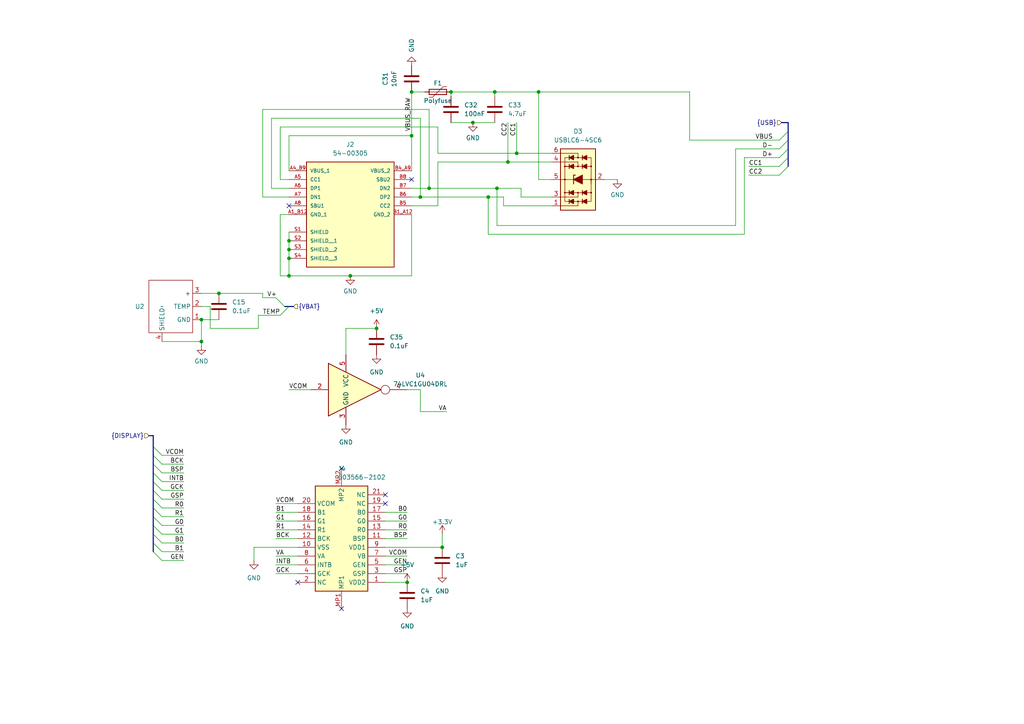
<source format=kicad_sch>
(kicad_sch (version 20230121) (generator eeschema)

  (uuid 6f14406f-f24c-4553-b52f-fdfc84e7d3d4)

  (paper "A4")

  (lib_symbols
    (symbol "00-9511-003-00:00-9511-003-00" (in_bom yes) (on_board yes)
      (property "Reference" "U" (at 0 -10.16 0)
        (effects (font (size 1.27 1.27)))
      )
      (property "Value" "" (at 0 0 0)
        (effects (font (size 1.27 1.27)))
      )
      (property "Footprint" "footprints:00-9155-003-00 3 Pin Spring Connector" (at 0 0 0)
        (effects (font (size 1.27 1.27)) hide)
      )
      (property "Datasheet" "" (at 0 0 0)
        (effects (font (size 1.27 1.27)) hide)
      )
      (symbol "00-9511-003-00_0_1"
        (rectangle (start -8.89 7.62) (end 3.81 -7.62)
          (stroke (width 0) (type default))
          (fill (type none))
        )
      )
      (symbol "00-9511-003-00_1_1"
        (pin input line (at -11.43 3.81 0) (length 2.54)
          (name "GND" (effects (font (size 1.27 1.27))))
          (number "1" (effects (font (size 1.27 1.27))))
        )
        (pin input line (at -11.43 0 0) (length 2.54)
          (name "TEMP" (effects (font (size 1.27 1.27))))
          (number "2" (effects (font (size 1.27 1.27))))
        )
        (pin input line (at -11.43 -3.81 0) (length 2.54)
          (name "+" (effects (font (size 1.27 1.27))))
          (number "3" (effects (font (size 1.27 1.27))))
        )
        (pin input line (at 0 10.16 270) (length 2.54)
          (name "SHIELD" (effects (font (size 1.27 1.27))))
          (number "4" (effects (font (size 1.27 1.27))))
        )
      )
    )
    (symbol "503566-2102:503566-2102" (in_bom yes) (on_board yes)
      (property "Reference" "J4" (at 40.64 1.0861 90)
        (effects (font (size 1.27 1.27)) (justify right))
      )
      (property "Value" "503566-2102" (at 38.1 1.0861 90)
        (effects (font (size 1.27 1.27)) (justify right))
      )
      (property "Footprint" "503566-2102:5035662102" (at 36.83 -89.84 0)
        (effects (font (size 1.27 1.27)) (justify left top) hide)
      )
      (property "Datasheet" "https://www.molex.com/pdm_docs/sd/5035662102_sd.pdf" (at 36.83 -189.84 0)
        (effects (font (size 1.27 1.27)) (justify left top) hide)
      )
      (property "Height" "1.69" (at 36.83 -389.84 0)
        (effects (font (size 1.27 1.27)) (justify left top) hide)
      )
      (property "Mouser Part Number" "538-503566-2102" (at 36.83 -489.84 0)
        (effects (font (size 1.27 1.27)) (justify left top) hide)
      )
      (property "Mouser Price/Stock" "https://www.mouser.co.uk/ProductDetail/Molex/503566-2102?qs=0lSvoLzn4L8%252Bw2FHrppS3g%3D%3D" (at 36.83 -589.84 0)
        (effects (font (size 1.27 1.27)) (justify left top) hide)
      )
      (property "Manufacturer_Name" "Molex" (at 36.83 -689.84 0)
        (effects (font (size 1.27 1.27)) (justify left top) hide)
      )
      (property "Manufacturer_Part_Number" "503566-2102" (at 36.83 -789.84 0)
        (effects (font (size 1.27 1.27)) (justify left top) hide)
      )
      (property "ki_description" "FFC & FPC Connectors Easy-On .3mm FPC Conn RA BC 21Ckt" (at 0 0 0)
        (effects (font (size 1.27 1.27)) hide)
      )
      (symbol "503566-2102_1_1"
        (rectangle (start 5.08 7.62) (end 35.56 -7.62)
          (stroke (width 0.254) (type default))
          (fill (type background))
        )
        (pin passive line (at 7.62 -12.7 90) (length 5.08)
          (name "VDD2" (effects (font (size 1.27 1.27))))
          (number "1" (effects (font (size 1.27 1.27))))
        )
        (pin passive line (at 17.78 12.7 270) (length 5.08)
          (name "VSS" (effects (font (size 1.27 1.27))))
          (number "10" (effects (font (size 1.27 1.27))))
        )
        (pin passive line (at 20.32 -12.7 90) (length 5.08)
          (name "BSP" (effects (font (size 1.27 1.27))))
          (number "11" (effects (font (size 1.27 1.27))))
        )
        (pin passive line (at 20.32 12.7 270) (length 5.08)
          (name "BCK" (effects (font (size 1.27 1.27))))
          (number "12" (effects (font (size 1.27 1.27))))
        )
        (pin passive line (at 22.86 -12.7 90) (length 5.08)
          (name "R0" (effects (font (size 1.27 1.27))))
          (number "13" (effects (font (size 1.27 1.27))))
        )
        (pin passive line (at 22.86 12.7 270) (length 5.08)
          (name "R1" (effects (font (size 1.27 1.27))))
          (number "14" (effects (font (size 1.27 1.27))))
        )
        (pin passive line (at 25.4 -12.7 90) (length 5.08)
          (name "G0" (effects (font (size 1.27 1.27))))
          (number "15" (effects (font (size 1.27 1.27))))
        )
        (pin passive line (at 25.4 12.7 270) (length 5.08)
          (name "G1" (effects (font (size 1.27 1.27))))
          (number "16" (effects (font (size 1.27 1.27))))
        )
        (pin passive line (at 27.94 -12.7 90) (length 5.08)
          (name "B0" (effects (font (size 1.27 1.27))))
          (number "17" (effects (font (size 1.27 1.27))))
        )
        (pin passive line (at 27.94 12.7 270) (length 5.08)
          (name "B1" (effects (font (size 1.27 1.27))))
          (number "18" (effects (font (size 1.27 1.27))))
        )
        (pin passive line (at 30.48 -12.7 90) (length 5.08)
          (name "NC" (effects (font (size 1.27 1.27))))
          (number "19" (effects (font (size 1.27 1.27))))
        )
        (pin passive line (at 7.62 12.7 270) (length 5.08)
          (name "NC" (effects (font (size 1.27 1.27))))
          (number "2" (effects (font (size 1.27 1.27))))
        )
        (pin passive line (at 30.48 12.7 270) (length 5.08)
          (name "VCOM" (effects (font (size 1.27 1.27))))
          (number "20" (effects (font (size 1.27 1.27))))
        )
        (pin passive line (at 33.02 -12.7 90) (length 5.08)
          (name "NC" (effects (font (size 1.27 1.27))))
          (number "21" (effects (font (size 1.27 1.27))))
        )
        (pin passive line (at 10.16 -12.7 90) (length 5.08)
          (name "GSP" (effects (font (size 1.27 1.27))))
          (number "3" (effects (font (size 1.27 1.27))))
        )
        (pin passive line (at 10.16 12.7 270) (length 5.08)
          (name "GCK" (effects (font (size 1.27 1.27))))
          (number "4" (effects (font (size 1.27 1.27))))
        )
        (pin passive line (at 12.7 -12.7 90) (length 5.08)
          (name "GEN" (effects (font (size 1.27 1.27))))
          (number "5" (effects (font (size 1.27 1.27))))
        )
        (pin passive line (at 12.7 12.7 270) (length 5.08)
          (name "INTB" (effects (font (size 1.27 1.27))))
          (number "6" (effects (font (size 1.27 1.27))))
        )
        (pin passive line (at 15.24 -12.7 90) (length 5.08)
          (name "VB" (effects (font (size 1.27 1.27))))
          (number "7" (effects (font (size 1.27 1.27))))
        )
        (pin passive line (at 15.24 12.7 270) (length 5.08)
          (name "VA" (effects (font (size 1.27 1.27))))
          (number "8" (effects (font (size 1.27 1.27))))
        )
        (pin passive line (at 17.78 -12.7 90) (length 5.08)
          (name "VDD1" (effects (font (size 1.27 1.27))))
          (number "9" (effects (font (size 1.27 1.27))))
        )
        (pin passive line (at 0 0 0) (length 5.08)
          (name "MP1" (effects (font (size 1.27 1.27))))
          (number "MP1" (effects (font (size 1.27 1.27))))
        )
        (pin passive line (at 40.64 0 180) (length 5.08)
          (name "MP2" (effects (font (size 1.27 1.27))))
          (number "MP2" (effects (font (size 1.27 1.27))))
        )
      )
    )
    (symbol "54-00305:54-00305" (pin_names (offset 1.016)) (in_bom yes) (on_board yes)
      (property "Reference" "J" (at -12.7 13.462 0)
        (effects (font (size 1.27 1.27)) (justify left bottom))
      )
      (property "Value" "54-00305" (at -12.7 -20.32 0)
        (effects (font (size 1.27 1.27)) (justify left bottom))
      )
      (property "Footprint" "54-00305:TENSILITY_54-00305" (at 0 0 0)
        (effects (font (size 1.27 1.27)) (justify bottom) hide)
      )
      (property "Datasheet" "" (at 0 0 0)
        (effects (font (size 1.27 1.27)) hide)
      )
      (property "MF" "Tensility International Corp" (at 0 0 0)
        (effects (font (size 1.27 1.27)) (justify bottom) hide)
      )
      (property "MAXIMUM_PACKAGE_HEIGHT" "2.53mm" (at 0 0 0)
        (effects (font (size 1.27 1.27)) (justify bottom) hide)
      )
      (property "Package" "None" (at 0 0 0)
        (effects (font (size 1.27 1.27)) (justify bottom) hide)
      )
      (property "Price" "None" (at 0 0 0)
        (effects (font (size 1.27 1.27)) (justify bottom) hide)
      )
      (property "Check_prices" "https://www.snapeda.com/parts/54-00305/Tensility+International+Corp/view-part/?ref=eda" (at 0 0 0)
        (effects (font (size 1.27 1.27)) (justify bottom) hide)
      )
      (property "STANDARD" "Manufacturer Recommendations" (at 0 0 0)
        (effects (font (size 1.27 1.27)) (justify bottom) hide)
      )
      (property "PARTREV" "A" (at 0 0 0)
        (effects (font (size 1.27 1.27)) (justify bottom) hide)
      )
      (property "SnapEDA_Link" "https://www.snapeda.com/parts/54-00305/Tensility+International+Corp/view-part/?ref=snap" (at 0 0 0)
        (effects (font (size 1.27 1.27)) (justify bottom) hide)
      )
      (property "MP" "54-00305" (at 0 0 0)
        (effects (font (size 1.27 1.27)) (justify bottom) hide)
      )
      (property "Purchase-URL" "https://www.snapeda.com/api/url_track_click_mouser/?unipart_id=12556686&manufacturer=Tensility International Corp&part_name=54-00305&search_term=None" (at 0 0 0)
        (effects (font (size 1.27 1.27)) (justify bottom) hide)
      )
      (property "Description" "\nConnector, USB C 2.0 jack, 16 pin, SMT, through hole, 90 degrees, nickel shell, IPX7 waterproof, reel\n" (at 0 0 0)
        (effects (font (size 1.27 1.27)) (justify bottom) hide)
      )
      (property "MANUFACTURER" "Tensility" (at 0 0 0)
        (effects (font (size 1.27 1.27)) (justify bottom) hide)
      )
      (property "Availability" "In Stock" (at 0 0 0)
        (effects (font (size 1.27 1.27)) (justify bottom) hide)
      )
      (property "SNAPEDA_PN" "54-00305" (at 0 0 0)
        (effects (font (size 1.27 1.27)) (justify bottom) hide)
      )
      (symbol "54-00305_0_0"
        (rectangle (start -12.7 -17.78) (end 12.7 12.7)
          (stroke (width 0.254) (type default))
          (fill (type background))
        )
        (pin power_in line (at -17.78 -2.54 0) (length 5.08)
          (name "GND_1" (effects (font (size 1.016 1.016))))
          (number "A1_B12" (effects (font (size 1.016 1.016))))
        )
        (pin power_in line (at -17.78 10.16 0) (length 5.08)
          (name "VBUS_1" (effects (font (size 1.016 1.016))))
          (number "A4_B9" (effects (font (size 1.016 1.016))))
        )
        (pin bidirectional line (at -17.78 7.62 0) (length 5.08)
          (name "CC1" (effects (font (size 1.016 1.016))))
          (number "A5" (effects (font (size 1.016 1.016))))
        )
        (pin bidirectional line (at -17.78 5.08 0) (length 5.08)
          (name "DP1" (effects (font (size 1.016 1.016))))
          (number "A6" (effects (font (size 1.016 1.016))))
        )
        (pin bidirectional line (at -17.78 2.54 0) (length 5.08)
          (name "DN1" (effects (font (size 1.016 1.016))))
          (number "A7" (effects (font (size 1.016 1.016))))
        )
        (pin bidirectional line (at -17.78 0 0) (length 5.08)
          (name "SBU1" (effects (font (size 1.016 1.016))))
          (number "A8" (effects (font (size 1.016 1.016))))
        )
        (pin power_in line (at 17.78 -2.54 180) (length 5.08)
          (name "GND_2" (effects (font (size 1.016 1.016))))
          (number "B1_A12" (effects (font (size 1.016 1.016))))
        )
        (pin power_in line (at 17.78 10.16 180) (length 5.08)
          (name "VBUS_2" (effects (font (size 1.016 1.016))))
          (number "B4_A9" (effects (font (size 1.016 1.016))))
        )
        (pin bidirectional line (at 17.78 0 180) (length 5.08)
          (name "CC2" (effects (font (size 1.016 1.016))))
          (number "B5" (effects (font (size 1.016 1.016))))
        )
        (pin bidirectional line (at 17.78 2.54 180) (length 5.08)
          (name "DP2" (effects (font (size 1.016 1.016))))
          (number "B6" (effects (font (size 1.016 1.016))))
        )
        (pin bidirectional line (at 17.78 5.08 180) (length 5.08)
          (name "DN2" (effects (font (size 1.016 1.016))))
          (number "B7" (effects (font (size 1.016 1.016))))
        )
        (pin bidirectional line (at 17.78 7.62 180) (length 5.08)
          (name "SBU2" (effects (font (size 1.016 1.016))))
          (number "B8" (effects (font (size 1.016 1.016))))
        )
        (pin passive line (at -17.78 -7.62 0) (length 5.08)
          (name "SHIELD" (effects (font (size 1.016 1.016))))
          (number "S1" (effects (font (size 1.016 1.016))))
        )
        (pin passive line (at -17.78 -10.16 0) (length 5.08)
          (name "SHIELD__1" (effects (font (size 1.016 1.016))))
          (number "S2" (effects (font (size 1.016 1.016))))
        )
        (pin passive line (at -17.78 -12.7 0) (length 5.08)
          (name "SHIELD__2" (effects (font (size 1.016 1.016))))
          (number "S3" (effects (font (size 1.016 1.016))))
        )
        (pin passive line (at -17.78 -15.24 0) (length 5.08)
          (name "SHIELD__3" (effects (font (size 1.016 1.016))))
          (number "S4" (effects (font (size 1.016 1.016))))
        )
      )
    )
    (symbol "74xGxx:74LVC1GU04DRL" (in_bom yes) (on_board yes)
      (property "Reference" "U" (at -5.08 10.16 0)
        (effects (font (size 1.27 1.27)))
      )
      (property "Value" "74LVC1GU04DRL" (at 17.78 10.16 0)
        (effects (font (size 1.27 1.27)))
      )
      (property "Footprint" "Package_TO_SOT_SMD:SOT-553" (at 0 -12.7 0)
        (effects (font (size 1.27 1.27)) hide)
      )
      (property "Datasheet" "http://www.ti.com/lit/ds/symlink/sn74lvc1gu04.pdf" (at -3.81 0 0)
        (effects (font (size 1.27 1.27)) hide)
      )
      (property "ki_keywords" "inverter cmos" (at 0 0 0)
        (effects (font (size 1.27 1.27)) hide)
      )
      (property "ki_description" "Single Inverter Gate, SOT-553" (at 0 0 0)
        (effects (font (size 1.27 1.27)) hide)
      )
      (property "ki_fp_filters" "SOT*553*" (at 0 0 0)
        (effects (font (size 1.27 1.27)) hide)
      )
      (symbol "74LVC1GU04DRL_0_1"
        (rectangle (start -5.08 7.62) (end -5.08 -7.62)
          (stroke (width 0.254) (type default))
          (fill (type background))
        )
        (polyline
          (pts
            (xy -5.08 -7.62)
            (xy 10.16 0)
            (xy -5.08 7.62)
          )
          (stroke (width 0.254) (type default))
          (fill (type background))
        )
        (circle (center 11.43 0) (radius 1.27)
          (stroke (width 0) (type default))
          (fill (type none))
        )
      )
      (symbol "74LVC1GU04DRL_1_1"
        (pin no_connect line (at 10.16 0 180) (length 5.08) hide
          (name "NC" (effects (font (size 1.27 1.27))))
          (number "1" (effects (font (size 1.27 1.27))))
        )
        (pin input line (at -10.16 0 0) (length 5.08)
          (name "~" (effects (font (size 1.27 1.27))))
          (number "2" (effects (font (size 1.27 1.27))))
        )
        (pin power_in line (at 0 -10.16 90) (length 5.08)
          (name "GND" (effects (font (size 1.27 1.27))))
          (number "3" (effects (font (size 1.27 1.27))))
        )
        (pin output line (at 17.78 0 180) (length 5.08)
          (name "~" (effects (font (size 1.27 1.27))))
          (number "4" (effects (font (size 1.27 1.27))))
        )
        (pin power_in line (at 0 10.16 270) (length 5.08)
          (name "VCC" (effects (font (size 1.27 1.27))))
          (number "5" (effects (font (size 1.27 1.27))))
        )
      )
    )
    (symbol "Device:C" (pin_numbers hide) (pin_names (offset 0.254)) (in_bom yes) (on_board yes)
      (property "Reference" "C" (at 0.635 2.54 0)
        (effects (font (size 1.27 1.27)) (justify left))
      )
      (property "Value" "C" (at 0.635 -2.54 0)
        (effects (font (size 1.27 1.27)) (justify left))
      )
      (property "Footprint" "" (at 0.9652 -3.81 0)
        (effects (font (size 1.27 1.27)) hide)
      )
      (property "Datasheet" "~" (at 0 0 0)
        (effects (font (size 1.27 1.27)) hide)
      )
      (property "ki_keywords" "cap capacitor" (at 0 0 0)
        (effects (font (size 1.27 1.27)) hide)
      )
      (property "ki_description" "Unpolarized capacitor" (at 0 0 0)
        (effects (font (size 1.27 1.27)) hide)
      )
      (property "ki_fp_filters" "C_*" (at 0 0 0)
        (effects (font (size 1.27 1.27)) hide)
      )
      (symbol "C_0_1"
        (polyline
          (pts
            (xy -2.032 -0.762)
            (xy 2.032 -0.762)
          )
          (stroke (width 0.508) (type default))
          (fill (type none))
        )
        (polyline
          (pts
            (xy -2.032 0.762)
            (xy 2.032 0.762)
          )
          (stroke (width 0.508) (type default))
          (fill (type none))
        )
      )
      (symbol "C_1_1"
        (pin passive line (at 0 3.81 270) (length 2.794)
          (name "~" (effects (font (size 1.27 1.27))))
          (number "1" (effects (font (size 1.27 1.27))))
        )
        (pin passive line (at 0 -3.81 90) (length 2.794)
          (name "~" (effects (font (size 1.27 1.27))))
          (number "2" (effects (font (size 1.27 1.27))))
        )
      )
    )
    (symbol "Device:Polyfuse" (pin_numbers hide) (pin_names (offset 0)) (in_bom yes) (on_board yes)
      (property "Reference" "F" (at -2.54 0 90)
        (effects (font (size 1.27 1.27)))
      )
      (property "Value" "Polyfuse" (at 2.54 0 90)
        (effects (font (size 1.27 1.27)))
      )
      (property "Footprint" "" (at 1.27 -5.08 0)
        (effects (font (size 1.27 1.27)) (justify left) hide)
      )
      (property "Datasheet" "~" (at 0 0 0)
        (effects (font (size 1.27 1.27)) hide)
      )
      (property "ki_keywords" "resettable fuse PTC PPTC polyfuse polyswitch" (at 0 0 0)
        (effects (font (size 1.27 1.27)) hide)
      )
      (property "ki_description" "Resettable fuse, polymeric positive temperature coefficient" (at 0 0 0)
        (effects (font (size 1.27 1.27)) hide)
      )
      (property "ki_fp_filters" "*polyfuse* *PTC*" (at 0 0 0)
        (effects (font (size 1.27 1.27)) hide)
      )
      (symbol "Polyfuse_0_1"
        (rectangle (start -0.762 2.54) (end 0.762 -2.54)
          (stroke (width 0.254) (type default))
          (fill (type none))
        )
        (polyline
          (pts
            (xy 0 2.54)
            (xy 0 -2.54)
          )
          (stroke (width 0) (type default))
          (fill (type none))
        )
        (polyline
          (pts
            (xy -1.524 2.54)
            (xy -1.524 1.524)
            (xy 1.524 -1.524)
            (xy 1.524 -2.54)
          )
          (stroke (width 0) (type default))
          (fill (type none))
        )
      )
      (symbol "Polyfuse_1_1"
        (pin passive line (at 0 3.81 270) (length 1.27)
          (name "~" (effects (font (size 1.27 1.27))))
          (number "1" (effects (font (size 1.27 1.27))))
        )
        (pin passive line (at 0 -3.81 90) (length 1.27)
          (name "~" (effects (font (size 1.27 1.27))))
          (number "2" (effects (font (size 1.27 1.27))))
        )
      )
    )
    (symbol "Diode_TVS_AKL:USBLC6-4SC6" (pin_names (offset 1.016) hide) (in_bom yes) (on_board yes)
      (property "Reference" "D" (at 10.16 1.27 0)
        (effects (font (size 1.27 1.27)) (justify left))
      )
      (property "Value" "USBLC6-4SC6" (at 10.16 -1.27 0)
        (effects (font (size 1.27 1.27)) (justify left))
      )
      (property "Footprint" "Package_TO_SOT_SMD_AKL:SOT-23-6" (at -5.08 0 0)
        (effects (font (size 1.27 1.27)) hide)
      )
      (property "Datasheet" "https://www.tme.eu/Document/06bbad35e7a75ace7e8a669d67830a6d/USBLC6-4.pdf" (at -5.08 0 0)
        (effects (font (size 1.27 1.27)) hide)
      )
      (property "ki_keywords" "diode TVS array USBLC6-4" (at 0 0 0)
        (effects (font (size 1.27 1.27)) hide)
      )
      (property "ki_description" "SOT-23-6 TVS Diode Array, 4 protected lines, 5.25V, Alternate KiCAD Library" (at 0 0 0)
        (effects (font (size 1.27 1.27)) hide)
      )
      (property "ki_fp_filters" "TO-???* *_Diode_* *SingleDiode* D_*" (at 0 0 0)
        (effects (font (size 1.27 1.27)) hide)
      )
      (symbol "USBLC6-4SC6_0_1"
        (rectangle (start -8.89 5.08) (end 8.89 -5.08)
          (stroke (width 0.254) (type default))
          (fill (type background))
        )
        (circle (center -3.81 0) (radius 0.1778)
          (stroke (width 0) (type default))
          (fill (type outline))
        )
        (polyline
          (pts
            (xy -5.715 -1.27)
            (xy -6.985 -1.27)
          )
          (stroke (width 0.254) (type default))
          (fill (type none))
        )
        (polyline
          (pts
            (xy -5.715 2.54)
            (xy -6.985 2.54)
          )
          (stroke (width 0.254) (type default))
          (fill (type none))
        )
        (polyline
          (pts
            (xy -5.08 0)
            (xy -5.08 5.08)
          )
          (stroke (width 0) (type default))
          (fill (type none))
        )
        (polyline
          (pts
            (xy -3.81 -1.27)
            (xy -3.81 1.27)
          )
          (stroke (width 0) (type default))
          (fill (type none))
        )
        (polyline
          (pts
            (xy -3.81 0)
            (xy -5.08 0)
          )
          (stroke (width 0) (type default))
          (fill (type none))
        )
        (polyline
          (pts
            (xy -3.175 -1.27)
            (xy -4.445 -1.27)
          )
          (stroke (width 0.254) (type default))
          (fill (type none))
        )
        (polyline
          (pts
            (xy -3.175 2.54)
            (xy -4.445 2.54)
          )
          (stroke (width 0.254) (type default))
          (fill (type none))
        )
        (polyline
          (pts
            (xy 0 -1.27)
            (xy 0 -5.08)
          )
          (stroke (width 0) (type default))
          (fill (type none))
        )
        (polyline
          (pts
            (xy 0 1.27)
            (xy 0 5.08)
          )
          (stroke (width 0.1524) (type default))
          (fill (type none))
        )
        (polyline
          (pts
            (xy 3.81 -1.27)
            (xy 3.81 1.27)
          )
          (stroke (width 0) (type default))
          (fill (type none))
        )
        (polyline
          (pts
            (xy 3.81 0)
            (xy 5.08 0)
          )
          (stroke (width 0) (type default))
          (fill (type none))
        )
        (polyline
          (pts
            (xy 3.81 3.81)
            (xy 6.35 3.81)
          )
          (stroke (width 0.1524) (type default))
          (fill (type none))
        )
        (polyline
          (pts
            (xy 4.445 -1.27)
            (xy 3.175 -1.27)
          )
          (stroke (width 0.254) (type default))
          (fill (type none))
        )
        (polyline
          (pts
            (xy 4.445 2.54)
            (xy 3.175 2.54)
          )
          (stroke (width 0.254) (type default))
          (fill (type none))
        )
        (polyline
          (pts
            (xy 5.08 0)
            (xy 5.08 5.08)
          )
          (stroke (width 0) (type default))
          (fill (type none))
        )
        (polyline
          (pts
            (xy 6.35 3.81)
            (xy 6.35 -3.81)
          )
          (stroke (width 0.1524) (type default))
          (fill (type none))
        )
        (polyline
          (pts
            (xy 6.985 -1.27)
            (xy 5.715 -1.27)
          )
          (stroke (width 0.254) (type default))
          (fill (type none))
        )
        (polyline
          (pts
            (xy 6.985 2.54)
            (xy 5.715 2.54)
          )
          (stroke (width 0.254) (type default))
          (fill (type none))
        )
        (polyline
          (pts
            (xy 6.35 -3.81)
            (xy -1.27 -3.81)
            (xy 0 -3.81)
          )
          (stroke (width 0.1524) (type default))
          (fill (type none))
        )
        (polyline
          (pts
            (xy -6.35 -1.27)
            (xy -5.715 -2.54)
            (xy -6.985 -2.54)
            (xy -6.35 -1.27)
          )
          (stroke (width 0.254) (type default))
          (fill (type outline))
        )
        (polyline
          (pts
            (xy -6.35 2.54)
            (xy -5.715 1.27)
            (xy -6.985 1.27)
            (xy -6.35 2.54)
          )
          (stroke (width 0.254) (type default))
          (fill (type outline))
        )
        (polyline
          (pts
            (xy -3.81 -1.27)
            (xy -3.175 -2.54)
            (xy -4.445 -2.54)
            (xy -3.81 -1.27)
          )
          (stroke (width 0.254) (type default))
          (fill (type outline))
        )
        (polyline
          (pts
            (xy -3.81 2.54)
            (xy -3.81 3.81)
            (xy 3.81 3.81)
            (xy 3.81 2.54)
          )
          (stroke (width 0) (type default))
          (fill (type none))
        )
        (polyline
          (pts
            (xy -3.81 2.54)
            (xy -3.175 1.27)
            (xy -4.445 1.27)
            (xy -3.81 2.54)
          )
          (stroke (width 0.254) (type default))
          (fill (type outline))
        )
        (polyline
          (pts
            (xy 0 -3.81)
            (xy -6.35 -3.81)
            (xy -6.35 3.81)
            (xy -3.81 3.81)
          )
          (stroke (width 0) (type default))
          (fill (type none))
        )
        (polyline
          (pts
            (xy 3.81 -1.27)
            (xy 4.445 -2.54)
            (xy 3.175 -2.54)
            (xy 3.81 -1.27)
          )
          (stroke (width 0.254) (type default))
          (fill (type outline))
        )
        (polyline
          (pts
            (xy 3.81 2.54)
            (xy 4.445 1.27)
            (xy 3.175 1.27)
            (xy 3.81 2.54)
          )
          (stroke (width 0.254) (type default))
          (fill (type outline))
        )
        (polyline
          (pts
            (xy 6.35 -1.27)
            (xy 6.985 -2.54)
            (xy 5.715 -2.54)
            (xy 6.35 -1.27)
          )
          (stroke (width 0.254) (type default))
          (fill (type outline))
        )
        (polyline
          (pts
            (xy 6.35 2.54)
            (xy 6.985 1.27)
            (xy 5.715 1.27)
            (xy 6.35 2.54)
          )
          (stroke (width 0.254) (type default))
          (fill (type outline))
        )
        (circle (center 0 3.81) (radius 0.1778)
          (stroke (width 0) (type default))
          (fill (type outline))
        )
        (circle (center 3.81 0) (radius 0.1778)
          (stroke (width 0) (type default))
          (fill (type outline))
        )
      )
      (symbol "USBLC6-4SC6_1_1"
        (circle (center -6.35 0) (radius 0.1778)
          (stroke (width 0) (type default))
          (fill (type outline))
        )
        (circle (center -3.81 -3.81) (radius 0.1778)
          (stroke (width 0) (type default))
          (fill (type outline))
        )
        (circle (center -3.81 3.81) (radius 0.1778)
          (stroke (width 0) (type default))
          (fill (type outline))
        )
        (circle (center 0 -3.81) (radius 0.1778)
          (stroke (width 0) (type default))
          (fill (type outline))
        )
        (polyline
          (pts
            (xy -7.62 0)
            (xy -7.62 5.08)
          )
          (stroke (width 0) (type default))
          (fill (type none))
        )
        (polyline
          (pts
            (xy -6.35 0)
            (xy -7.62 0)
          )
          (stroke (width 0) (type default))
          (fill (type none))
        )
        (polyline
          (pts
            (xy -3.81 -3.81)
            (xy -3.81 -1.27)
          )
          (stroke (width 0) (type default))
          (fill (type none))
        )
        (polyline
          (pts
            (xy -3.81 1.27)
            (xy -3.81 3.81)
          )
          (stroke (width 0) (type default))
          (fill (type none))
        )
        (polyline
          (pts
            (xy -1.27 1.27)
            (xy 1.27 1.27)
          )
          (stroke (width 0.254) (type default))
          (fill (type none))
        )
        (polyline
          (pts
            (xy 0 -1.27)
            (xy 0 1.27)
          )
          (stroke (width 0) (type default))
          (fill (type none))
        )
        (polyline
          (pts
            (xy 1.27 1.27)
            (xy 1.27 0.762)
          )
          (stroke (width 0.254) (type default))
          (fill (type none))
        )
        (polyline
          (pts
            (xy 3.81 -3.81)
            (xy 3.81 -1.27)
          )
          (stroke (width 0) (type default))
          (fill (type none))
        )
        (polyline
          (pts
            (xy 3.81 1.27)
            (xy 3.81 3.81)
          )
          (stroke (width 0) (type default))
          (fill (type none))
        )
        (polyline
          (pts
            (xy 6.35 0)
            (xy 7.62 0)
          )
          (stroke (width 0) (type default))
          (fill (type none))
        )
        (polyline
          (pts
            (xy 7.62 0)
            (xy 7.62 5.08)
          )
          (stroke (width 0) (type default))
          (fill (type none))
        )
        (polyline
          (pts
            (xy 1.27 -1.27)
            (xy -1.27 -1.27)
            (xy 0 1.27)
            (xy 1.27 -1.27)
          )
          (stroke (width 0.254) (type default))
          (fill (type outline))
        )
        (circle (center 3.81 -3.81) (radius 0.1778)
          (stroke (width 0) (type default))
          (fill (type outline))
        )
        (circle (center 3.81 3.81) (radius 0.1778)
          (stroke (width 0) (type default))
          (fill (type outline))
        )
        (circle (center 6.35 0) (radius 0.1778)
          (stroke (width 0) (type default))
          (fill (type outline))
        )
        (pin passive line (at -7.62 7.62 270) (length 2.54)
          (name "L1" (effects (font (size 1.27 1.27))))
          (number "1" (effects (font (size 1.27 1.27))))
        )
        (pin passive line (at 0 -7.62 90) (length 2.54)
          (name "VN" (effects (font (size 1.27 1.27))))
          (number "2" (effects (font (size 1.27 1.27))))
        )
        (pin passive line (at -5.08 7.62 270) (length 2.54)
          (name "L2" (effects (font (size 1.27 1.27))))
          (number "3" (effects (font (size 1.27 1.27))))
        )
        (pin passive line (at 5.08 7.62 270) (length 2.54)
          (name "L3" (effects (font (size 1.27 1.27))))
          (number "4" (effects (font (size 1.27 1.27))))
        )
        (pin passive line (at 0 7.62 270) (length 2.54)
          (name "VP" (effects (font (size 1.27 1.27))))
          (number "5" (effects (font (size 1.27 1.27))))
        )
        (pin passive line (at 7.62 7.62 270) (length 2.54)
          (name "L4" (effects (font (size 1.27 1.27))))
          (number "6" (effects (font (size 1.27 1.27))))
        )
      )
    )
    (symbol "power:+3.3V" (power) (pin_names (offset 0)) (in_bom yes) (on_board yes)
      (property "Reference" "#PWR" (at 0 -3.81 0)
        (effects (font (size 1.27 1.27)) hide)
      )
      (property "Value" "+3.3V" (at 0 3.556 0)
        (effects (font (size 1.27 1.27)))
      )
      (property "Footprint" "" (at 0 0 0)
        (effects (font (size 1.27 1.27)) hide)
      )
      (property "Datasheet" "" (at 0 0 0)
        (effects (font (size 1.27 1.27)) hide)
      )
      (property "ki_keywords" "global power" (at 0 0 0)
        (effects (font (size 1.27 1.27)) hide)
      )
      (property "ki_description" "Power symbol creates a global label with name \"+3.3V\"" (at 0 0 0)
        (effects (font (size 1.27 1.27)) hide)
      )
      (symbol "+3.3V_0_1"
        (polyline
          (pts
            (xy -0.762 1.27)
            (xy 0 2.54)
          )
          (stroke (width 0) (type default))
          (fill (type none))
        )
        (polyline
          (pts
            (xy 0 0)
            (xy 0 2.54)
          )
          (stroke (width 0) (type default))
          (fill (type none))
        )
        (polyline
          (pts
            (xy 0 2.54)
            (xy 0.762 1.27)
          )
          (stroke (width 0) (type default))
          (fill (type none))
        )
      )
      (symbol "+3.3V_1_1"
        (pin power_in line (at 0 0 90) (length 0) hide
          (name "+3.3V" (effects (font (size 1.27 1.27))))
          (number "1" (effects (font (size 1.27 1.27))))
        )
      )
    )
    (symbol "power:+5V" (power) (pin_names (offset 0)) (in_bom yes) (on_board yes)
      (property "Reference" "#PWR" (at 0 -3.81 0)
        (effects (font (size 1.27 1.27)) hide)
      )
      (property "Value" "+5V" (at 0 3.556 0)
        (effects (font (size 1.27 1.27)))
      )
      (property "Footprint" "" (at 0 0 0)
        (effects (font (size 1.27 1.27)) hide)
      )
      (property "Datasheet" "" (at 0 0 0)
        (effects (font (size 1.27 1.27)) hide)
      )
      (property "ki_keywords" "global power" (at 0 0 0)
        (effects (font (size 1.27 1.27)) hide)
      )
      (property "ki_description" "Power symbol creates a global label with name \"+5V\"" (at 0 0 0)
        (effects (font (size 1.27 1.27)) hide)
      )
      (symbol "+5V_0_1"
        (polyline
          (pts
            (xy -0.762 1.27)
            (xy 0 2.54)
          )
          (stroke (width 0) (type default))
          (fill (type none))
        )
        (polyline
          (pts
            (xy 0 0)
            (xy 0 2.54)
          )
          (stroke (width 0) (type default))
          (fill (type none))
        )
        (polyline
          (pts
            (xy 0 2.54)
            (xy 0.762 1.27)
          )
          (stroke (width 0) (type default))
          (fill (type none))
        )
      )
      (symbol "+5V_1_1"
        (pin power_in line (at 0 0 90) (length 0) hide
          (name "+5V" (effects (font (size 1.27 1.27))))
          (number "1" (effects (font (size 1.27 1.27))))
        )
      )
    )
    (symbol "power:GND" (power) (pin_names (offset 0)) (in_bom yes) (on_board yes)
      (property "Reference" "#PWR" (at 0 -6.35 0)
        (effects (font (size 1.27 1.27)) hide)
      )
      (property "Value" "GND" (at 0 -3.81 0)
        (effects (font (size 1.27 1.27)))
      )
      (property "Footprint" "" (at 0 0 0)
        (effects (font (size 1.27 1.27)) hide)
      )
      (property "Datasheet" "" (at 0 0 0)
        (effects (font (size 1.27 1.27)) hide)
      )
      (property "ki_keywords" "global power" (at 0 0 0)
        (effects (font (size 1.27 1.27)) hide)
      )
      (property "ki_description" "Power symbol creates a global label with name \"GND\" , ground" (at 0 0 0)
        (effects (font (size 1.27 1.27)) hide)
      )
      (symbol "GND_0_1"
        (polyline
          (pts
            (xy 0 0)
            (xy 0 -1.27)
            (xy 1.27 -1.27)
            (xy 0 -2.54)
            (xy -1.27 -1.27)
            (xy 0 -1.27)
          )
          (stroke (width 0) (type default))
          (fill (type none))
        )
      )
      (symbol "GND_1_1"
        (pin power_in line (at 0 0 270) (length 0) hide
          (name "GND" (effects (font (size 1.27 1.27))))
          (number "1" (effects (font (size 1.27 1.27))))
        )
      )
    )
  )

  (bus_alias "DISPLAY" (members "VCOM" "BCK" "BSP" "INTB" "GCK" "GSP" "R0" "R1" "G0" "G1" "B0" "B1" "GEN"))
  (junction (at 124.46 54.61) (diameter 0) (color 0 0 0 0)
    (uuid 0c26d115-6557-464c-8fc8-27b57194f0b7)
  )
  (junction (at 119.38 26.67) (diameter 0) (color 0 0 0 0)
    (uuid 0f37108a-9833-4600-a943-49bee33d88a4)
  )
  (junction (at 147.32 46.99) (diameter 0) (color 0 0 0 0)
    (uuid 21b58065-de00-4257-b835-2b5299c081cc)
  )
  (junction (at 83.82 80.01) (diameter 0) (color 0 0 0 0)
    (uuid 26c6114e-7582-48e0-87b5-47b4fe64447b)
  )
  (junction (at 109.22 95.25) (diameter 0) (color 0 0 0 0)
    (uuid 2a9d49c5-2746-41fa-bc26-8300b8e5e865)
  )
  (junction (at 144.145 54.61) (diameter 0) (color 0 0 0 0)
    (uuid 37c36ef5-319a-4053-8eeb-7169821dd0cd)
  )
  (junction (at 118.11 168.91) (diameter 0) (color 0 0 0 0)
    (uuid 39336eae-0225-4dd1-95bf-ef4d8d4217fe)
  )
  (junction (at 119.38 39.37) (diameter 0) (color 0 0 0 0)
    (uuid 48f99492-b458-4b69-b1ef-97c82a7f349d)
  )
  (junction (at 121.92 57.15) (diameter 0) (color 0 0 0 0)
    (uuid 4f337c14-cc4a-453d-817c-c003f3248d32)
  )
  (junction (at 143.51 26.67) (diameter 0) (color 0 0 0 0)
    (uuid 631cd849-3e5c-4514-a684-f0e3cd3fb3c5)
  )
  (junction (at 58.42 92.71) (diameter 0) (color 0 0 0 0)
    (uuid 6b21b787-0e32-41e1-ae8f-8069c29531c6)
  )
  (junction (at 83.82 74.93) (diameter 0) (color 0 0 0 0)
    (uuid 8662e389-d9c4-40f3-ad39-cefc277bd768)
  )
  (junction (at 130.81 26.67) (diameter 0) (color 0 0 0 0)
    (uuid 9442f619-5fc1-4e99-9edc-993ea6f6e385)
  )
  (junction (at 83.82 69.85) (diameter 0) (color 0 0 0 0)
    (uuid 988fa267-53a6-45cf-8af9-e78cf7bb156d)
  )
  (junction (at 128.27 158.75) (diameter 0) (color 0 0 0 0)
    (uuid a1fbd5a7-af9f-4e7c-8f33-778ed54b6b59)
  )
  (junction (at 149.86 44.45) (diameter 0) (color 0 0 0 0)
    (uuid a348b5fc-d67a-4ad2-803b-6fb92fc1c4f4)
  )
  (junction (at 137.16 35.56) (diameter 0) (color 0 0 0 0)
    (uuid a9288880-afd8-4618-9724-506d720d5fc3)
  )
  (junction (at 63.5 85.09) (diameter 0) (color 0 0 0 0)
    (uuid a9797929-ae44-45d1-b11a-341eb5cd4d99)
  )
  (junction (at 83.82 72.39) (diameter 0) (color 0 0 0 0)
    (uuid ae72957d-ba78-4754-86ab-b5ae28406cc6)
  )
  (junction (at 141.605 57.15) (diameter 0) (color 0 0 0 0)
    (uuid af6b9846-48f7-46ed-9c00-670f78a09093)
  )
  (junction (at 58.42 99.06) (diameter 0) (color 0 0 0 0)
    (uuid bbb5dbac-9fb3-4cdb-a1b4-704eab2359ca)
  )
  (junction (at 156.21 26.67) (diameter 0) (color 0 0 0 0)
    (uuid dea51664-f056-4ad4-b4e1-308db2641832)
  )
  (junction (at 101.6 80.01) (diameter 0) (color 0 0 0 0)
    (uuid e9f499a0-8256-482b-a67a-3c402ea588bd)
  )

  (no_connect (at 99.06 176.53) (uuid 08133d38-ad6a-4471-bccb-74eb09dfed21))
  (no_connect (at 86.36 168.91) (uuid 282771d2-9966-448d-823a-53875bc5e7e5))
  (no_connect (at 83.82 59.69) (uuid 3779c21e-4923-4c2d-adf4-dfd8270437ae))
  (no_connect (at 99.06 135.89) (uuid 8822b6a9-bfd3-4981-a41a-3fe0c1fa7e61))
  (no_connect (at 111.76 143.51) (uuid d89fefa3-47fa-454a-925e-412a9f135ad3))
  (no_connect (at 111.76 146.05) (uuid e26e5d9c-9db2-42bf-b645-38492867c389))
  (no_connect (at 119.38 52.07) (uuid ff813130-eca4-4994-87a1-daa367aebaa3))

  (bus_entry (at 44.45 154.94) (size 2.54 2.54)
    (stroke (width 0) (type default))
    (uuid 09c0b239-da25-45a5-9ba7-97f8554901a2)
  )
  (bus_entry (at 44.45 152.4) (size 2.54 2.54)
    (stroke (width 0) (type default))
    (uuid 1d7d7d7b-01c0-4f89-bc14-0754645eecbb)
  )
  (bus_entry (at 83.82 88.9) (size -2.54 2.54)
    (stroke (width 0) (type default))
    (uuid 20253ddb-099c-429e-b521-53da7f30f864)
  )
  (bus_entry (at 44.45 139.7) (size 2.54 2.54)
    (stroke (width 0) (type default))
    (uuid 2be0fccd-d80e-4a36-b065-c15b2e62ff72)
  )
  (bus_entry (at 44.45 149.86) (size 2.54 2.54)
    (stroke (width 0) (type default))
    (uuid 3870eca8-3d29-4b3b-ab29-e0850274a603)
  )
  (bus_entry (at 44.45 160.02) (size 2.54 2.54)
    (stroke (width 0) (type default))
    (uuid 4d5a1f68-60b0-40b2-859d-0109560a668b)
  )
  (bus_entry (at 228.6 43.18) (size -2.54 2.54)
    (stroke (width 0) (type default))
    (uuid 50e06aa5-cdcd-4018-bca6-1027fcda88dd)
  )
  (bus_entry (at 228.6 48.26) (size -2.54 2.54)
    (stroke (width 0) (type default))
    (uuid 5a7a6844-cb02-4491-8fd6-f22a57917c75)
  )
  (bus_entry (at 44.45 157.48) (size 2.54 2.54)
    (stroke (width 0) (type default))
    (uuid 8502e488-e0d5-43a7-9ee3-066fc3d753e5)
  )
  (bus_entry (at 228.6 40.64) (size -2.54 2.54)
    (stroke (width 0) (type default))
    (uuid a0433861-0d5a-4aea-b032-94ec4fd3a285)
  )
  (bus_entry (at 44.45 142.24) (size 2.54 2.54)
    (stroke (width 0) (type default))
    (uuid b05cdb44-614c-412a-b246-63248a79058f)
  )
  (bus_entry (at 44.45 132.08) (size 2.54 2.54)
    (stroke (width 0) (type default))
    (uuid b961d82d-967e-48c3-a949-d13a42fa3e7b)
  )
  (bus_entry (at 82.55 88.9) (size -2.54 -2.54)
    (stroke (width 0) (type default))
    (uuid c772b45c-1f8d-4b35-afa0-cc79d60b5be7)
  )
  (bus_entry (at 228.6 45.72) (size -2.54 2.54)
    (stroke (width 0) (type default))
    (uuid c7f87c75-f922-4a34-b53b-64ff20f35f77)
  )
  (bus_entry (at 44.45 134.62) (size 2.54 2.54)
    (stroke (width 0) (type default))
    (uuid c8d68eb9-3759-4cae-9278-fd1486be5f84)
  )
  (bus_entry (at 44.45 137.16) (size 2.54 2.54)
    (stroke (width 0) (type default))
    (uuid c922efa6-25b6-4101-831f-3eb9299f0717)
  )
  (bus_entry (at 228.6 38.1) (size -2.54 2.54)
    (stroke (width 0) (type default))
    (uuid ca369ec0-cc73-4db3-92a8-7b4841b70ed8)
  )
  (bus_entry (at 44.45 147.32) (size 2.54 2.54)
    (stroke (width 0) (type default))
    (uuid ce75566f-955f-46c4-ade8-11bb173062e6)
  )
  (bus_entry (at 44.45 144.78) (size 2.54 2.54)
    (stroke (width 0) (type default))
    (uuid d1227504-545b-4d41-90b1-a27470439004)
  )
  (bus_entry (at 44.45 129.54) (size 2.54 2.54)
    (stroke (width 0) (type default))
    (uuid fd16c5d7-2209-42e5-9e6a-1ad8861007ea)
  )

  (wire (pts (xy 147.32 46.99) (xy 160.02 46.99))
    (stroke (width 0) (type default))
    (uuid 0167ce54-51ca-4587-8d4e-6522af489f23)
  )
  (bus (pts (xy 44.45 154.94) (xy 44.45 157.48))
    (stroke (width 0) (type default))
    (uuid 03aad810-5ed9-457d-855f-3bbdcb219b99)
  )

  (wire (pts (xy 83.82 67.31) (xy 83.82 69.85))
    (stroke (width 0) (type default))
    (uuid 0a94221e-9c20-411b-95f0-2034c9f795b4)
  )
  (wire (pts (xy 81.28 91.44) (xy 74.93 91.44))
    (stroke (width 0) (type default))
    (uuid 0e955155-eb23-4b82-b76f-fb1e85fc535d)
  )
  (wire (pts (xy 130.81 26.67) (xy 130.81 27.94))
    (stroke (width 0) (type default))
    (uuid 0ef2d049-61ef-4301-98c2-748bc3594709)
  )
  (wire (pts (xy 130.81 26.67) (xy 143.51 26.67))
    (stroke (width 0) (type default))
    (uuid 0f053e31-b47d-4a01-8dc4-419e130ff57a)
  )
  (wire (pts (xy 60.96 95.25) (xy 74.93 95.25))
    (stroke (width 0) (type default))
    (uuid 12f71949-1563-4ca1-ba42-81f7b69541c9)
  )
  (wire (pts (xy 143.51 26.67) (xy 156.21 26.67))
    (stroke (width 0) (type default))
    (uuid 14c4ac67-55dd-4e4b-bf22-4cef3a938667)
  )
  (wire (pts (xy 119.38 39.37) (xy 119.38 49.53))
    (stroke (width 0) (type default))
    (uuid 160c94ba-2723-47a2-bc01-56af7b5eabf5)
  )
  (bus (pts (xy 228.6 43.18) (xy 228.6 45.72))
    (stroke (width 0) (type default))
    (uuid 1631da5e-7e0f-48f7-9399-41fed0f31d11)
  )

  (wire (pts (xy 81.28 80.01) (xy 83.82 80.01))
    (stroke (width 0) (type default))
    (uuid 18eb6980-2aea-421b-9b42-593858d04552)
  )
  (bus (pts (xy 44.45 137.16) (xy 44.45 139.7))
    (stroke (width 0) (type default))
    (uuid 1aeb79b1-a1dc-4565-a959-88fcc3ada4ad)
  )

  (wire (pts (xy 200.025 26.67) (xy 200.025 40.64))
    (stroke (width 0) (type default))
    (uuid 1d8d95d3-8307-4b68-97d1-3aba0de81f44)
  )
  (wire (pts (xy 151.13 54.61) (xy 151.13 57.15))
    (stroke (width 0) (type default))
    (uuid 1ebaddde-3f3c-40b8-a423-f269f51d77c3)
  )
  (wire (pts (xy 151.13 57.15) (xy 160.02 57.15))
    (stroke (width 0) (type default))
    (uuid 21ade93a-bbc2-4460-84b4-2aa2a946fa28)
  )
  (wire (pts (xy 121.92 113.03) (xy 121.92 119.38))
    (stroke (width 0) (type default))
    (uuid 25128e47-9461-4bad-9a78-2b6a2277a14f)
  )
  (wire (pts (xy 46.99 139.7) (xy 53.34 139.7))
    (stroke (width 0) (type default))
    (uuid 288acbb0-2fc7-4307-b065-653dd8d6782d)
  )
  (wire (pts (xy 86.36 163.83) (xy 80.01 163.83))
    (stroke (width 0) (type default))
    (uuid 28a850a7-6e3f-42ff-b761-ed4ffd998f74)
  )
  (wire (pts (xy 76.2 85.09) (xy 63.5 85.09))
    (stroke (width 0) (type default))
    (uuid 2a9fbbfe-6b41-444a-8a3a-7b7818c069df)
  )
  (bus (pts (xy 228.6 45.72) (xy 228.6 48.26))
    (stroke (width 0) (type default))
    (uuid 2bff820e-a070-452d-b0e1-19067bf998b8)
  )

  (wire (pts (xy 86.36 148.59) (xy 80.01 148.59))
    (stroke (width 0) (type default))
    (uuid 3474e279-41ae-463b-b5a0-8eeea4359123)
  )
  (wire (pts (xy 81.28 62.23) (xy 81.28 80.01))
    (stroke (width 0) (type default))
    (uuid 35bdaeb6-960f-429f-a8c8-c1597d580a09)
  )
  (wire (pts (xy 58.42 92.71) (xy 63.5 92.71))
    (stroke (width 0) (type default))
    (uuid 3661f52c-105d-482f-b331-4e378e09b1a6)
  )
  (wire (pts (xy 146.05 59.69) (xy 160.02 59.69))
    (stroke (width 0) (type default))
    (uuid 389e4796-ddab-4a2e-bcf7-2c01ac4d2453)
  )
  (bus (pts (xy 44.45 142.24) (xy 44.45 144.78))
    (stroke (width 0) (type default))
    (uuid 38b4a4a6-1434-452c-bf3d-2e521a130629)
  )

  (wire (pts (xy 111.76 161.29) (xy 118.11 161.29))
    (stroke (width 0) (type default))
    (uuid 3a1a39f6-ecf3-46c9-af58-39b6f56ee48d)
  )
  (wire (pts (xy 83.82 52.07) (xy 81.28 52.07))
    (stroke (width 0) (type default))
    (uuid 3cf39006-83f8-41d7-b63b-250040002162)
  )
  (bus (pts (xy 44.45 147.32) (xy 44.45 149.86))
    (stroke (width 0) (type default))
    (uuid 3d233d52-b09e-487e-8e02-3dd4570af89e)
  )

  (wire (pts (xy 127 36.83) (xy 127 44.45))
    (stroke (width 0) (type default))
    (uuid 3de0a168-52bf-43a3-8f1c-0ecac6364d5f)
  )
  (wire (pts (xy 86.36 161.29) (xy 80.01 161.29))
    (stroke (width 0) (type default))
    (uuid 46cc51df-6110-4c4f-b709-a97b55e35956)
  )
  (wire (pts (xy 137.16 35.56) (xy 130.81 35.56))
    (stroke (width 0) (type default))
    (uuid 47bbbe38-22bf-4068-8aa3-002c42922d82)
  )
  (wire (pts (xy 111.76 166.37) (xy 118.11 166.37))
    (stroke (width 0) (type default))
    (uuid 48849d37-90a5-4dc8-9707-3bcfc416cf89)
  )
  (wire (pts (xy 111.76 148.59) (xy 118.11 148.59))
    (stroke (width 0) (type default))
    (uuid 4b735b15-6c48-4667-bc22-87d3c6837a01)
  )
  (wire (pts (xy 213.36 65.405) (xy 213.36 43.18))
    (stroke (width 0) (type default))
    (uuid 4bbd28ed-2d2f-4889-8b79-55ff2a1866e6)
  )
  (wire (pts (xy 111.76 168.91) (xy 118.11 168.91))
    (stroke (width 0) (type default))
    (uuid 4cf7fd18-98ef-4f16-8d7e-eb310efedb50)
  )
  (bus (pts (xy 44.45 157.48) (xy 44.45 160.02))
    (stroke (width 0) (type default))
    (uuid 4da694cd-fce7-4e90-aacf-c762cb150cf4)
  )

  (wire (pts (xy 226.06 50.8) (xy 217.17 50.8))
    (stroke (width 0) (type default))
    (uuid 4dd75c90-7623-456d-a44e-f26081f92d37)
  )
  (bus (pts (xy 44.45 149.86) (xy 44.45 152.4))
    (stroke (width 0) (type default))
    (uuid 4e1a9d0d-5ab6-4442-8ecb-682de5bd785f)
  )

  (wire (pts (xy 121.92 57.15) (xy 141.605 57.15))
    (stroke (width 0) (type default))
    (uuid 4e6c94d8-88d1-4fbd-91bf-ceaea70b7493)
  )
  (wire (pts (xy 141.605 57.15) (xy 146.05 57.15))
    (stroke (width 0) (type default))
    (uuid 51417072-8df1-4f0b-a165-3a06e38f974a)
  )
  (wire (pts (xy 46.99 154.94) (xy 53.34 154.94))
    (stroke (width 0) (type default))
    (uuid 51c69e2c-00ab-4186-8c0d-5d4e47bf8ce4)
  )
  (wire (pts (xy 83.82 49.53) (xy 83.82 39.37))
    (stroke (width 0) (type default))
    (uuid 52665755-e5eb-49c3-9be5-44acd67e2ffb)
  )
  (wire (pts (xy 137.16 35.56) (xy 143.51 35.56))
    (stroke (width 0) (type default))
    (uuid 530d86ab-5c29-4dab-ad3d-4bce81ec3294)
  )
  (wire (pts (xy 119.38 80.01) (xy 119.38 62.23))
    (stroke (width 0) (type default))
    (uuid 55930e96-3ee1-4983-a3e8-c0c9e0a6861a)
  )
  (wire (pts (xy 175.26 52.07) (xy 179.07 52.07))
    (stroke (width 0) (type default))
    (uuid 55ddb922-15be-486b-ac03-4bdffd13ddb3)
  )
  (wire (pts (xy 226.06 48.26) (xy 217.17 48.26))
    (stroke (width 0) (type default))
    (uuid 569a2fd2-a4ea-40b8-b3d9-643749c52856)
  )
  (wire (pts (xy 83.82 62.23) (xy 81.28 62.23))
    (stroke (width 0) (type default))
    (uuid 574b9d5c-4057-4f83-8d2c-70fb54e024e2)
  )
  (wire (pts (xy 111.76 153.67) (xy 118.11 153.67))
    (stroke (width 0) (type default))
    (uuid 579e2f10-656a-4673-a2ac-4a78e91bafa5)
  )
  (wire (pts (xy 147.32 35.56) (xy 147.32 46.99))
    (stroke (width 0) (type default))
    (uuid 598f5979-0719-41c8-83a3-c80094691801)
  )
  (wire (pts (xy 124.46 31.75) (xy 76.2 31.75))
    (stroke (width 0) (type default))
    (uuid 5b94d5dc-685c-4f29-801f-d83976c17ccd)
  )
  (wire (pts (xy 109.22 95.25) (xy 100.33 95.25))
    (stroke (width 0) (type default))
    (uuid 5c370dd7-d9a4-46d2-9c91-510e45ae18ea)
  )
  (wire (pts (xy 58.42 99.06) (xy 58.42 100.33))
    (stroke (width 0) (type default))
    (uuid 5c39e63e-be92-412b-bf42-0a679dbfe412)
  )
  (wire (pts (xy 141.605 67.945) (xy 215.9 67.945))
    (stroke (width 0) (type default))
    (uuid 5d58d613-08ae-4c56-ab33-6f025bb07bc3)
  )
  (wire (pts (xy 118.11 113.03) (xy 121.92 113.03))
    (stroke (width 0) (type default))
    (uuid 5de19424-0636-48f1-895e-a6dbc77cc180)
  )
  (wire (pts (xy 83.82 54.61) (xy 78.74 54.61))
    (stroke (width 0) (type default))
    (uuid 5df4b84c-f674-4fe0-a40a-33c28c914ae6)
  )
  (wire (pts (xy 46.99 160.02) (xy 53.34 160.02))
    (stroke (width 0) (type default))
    (uuid 5dffaed0-671e-47d0-8798-8604b22a8788)
  )
  (bus (pts (xy 44.45 134.62) (xy 44.45 137.16))
    (stroke (width 0) (type default))
    (uuid 5f3cb16a-7a76-4dbc-87bb-316782d1ef12)
  )

  (wire (pts (xy 144.145 54.61) (xy 144.145 65.405))
    (stroke (width 0) (type default))
    (uuid 5f5e0b45-0276-4380-85f5-edc5618249f2)
  )
  (wire (pts (xy 83.82 80.01) (xy 101.6 80.01))
    (stroke (width 0) (type default))
    (uuid 5fc3d5fb-6270-45e7-83a9-76133de6d1e7)
  )
  (wire (pts (xy 119.38 26.67) (xy 119.38 39.37))
    (stroke (width 0) (type default))
    (uuid 600d45a4-a705-4878-9945-d73917061ad1)
  )
  (wire (pts (xy 83.82 74.93) (xy 83.82 80.01))
    (stroke (width 0) (type default))
    (uuid 606c00d9-2773-4f7a-b1f1-358589220395)
  )
  (wire (pts (xy 76.2 86.36) (xy 76.2 85.09))
    (stroke (width 0) (type default))
    (uuid 663d52df-b383-46c0-bd39-baa17444f4ba)
  )
  (wire (pts (xy 81.28 52.07) (xy 81.28 36.83))
    (stroke (width 0) (type default))
    (uuid 67b0b0ce-c4c0-4c2d-9767-de350d4f16c9)
  )
  (bus (pts (xy 228.6 38.1) (xy 228.6 40.64))
    (stroke (width 0) (type default))
    (uuid 6b13c9de-c1e7-4561-a266-4f20fab30b62)
  )
  (bus (pts (xy 44.45 126.365) (xy 44.45 129.54))
    (stroke (width 0) (type default))
    (uuid 6ca3a49e-4529-4599-bc3c-5531489aa16d)
  )
  (bus (pts (xy 44.45 152.4) (xy 44.45 154.94))
    (stroke (width 0) (type default))
    (uuid 70d51585-a2a0-4c93-8ebf-d11b929d2f50)
  )

  (wire (pts (xy 146.05 57.15) (xy 146.05 59.69))
    (stroke (width 0) (type default))
    (uuid 7155fadd-eef3-4028-879b-7090fe7fd77f)
  )
  (bus (pts (xy 44.45 139.7) (xy 44.45 142.24))
    (stroke (width 0) (type default))
    (uuid 724d24fa-5bb6-4dd5-9044-a16b07eec6f5)
  )

  (wire (pts (xy 121.92 57.15) (xy 119.38 57.15))
    (stroke (width 0) (type default))
    (uuid 7274f2d9-c38d-4932-88b0-af8ffb97b1c5)
  )
  (wire (pts (xy 58.42 92.71) (xy 58.42 99.06))
    (stroke (width 0) (type default))
    (uuid 73aeb58b-7b17-4a2a-8c4d-513998f064ab)
  )
  (bus (pts (xy 43.18 126.365) (xy 44.45 126.365))
    (stroke (width 0) (type default))
    (uuid 77d4e054-cb06-44db-a787-1ae22a8e42f5)
  )
  (bus (pts (xy 44.45 132.08) (xy 44.45 134.62))
    (stroke (width 0) (type default))
    (uuid 792557b7-327e-40ed-8d01-05834c94dcb6)
  )

  (wire (pts (xy 124.46 31.75) (xy 124.46 54.61))
    (stroke (width 0) (type default))
    (uuid 799c16ca-a6e6-408b-aa49-eac340d8c25f)
  )
  (bus (pts (xy 83.82 88.9) (xy 85.09 88.9))
    (stroke (width 0) (type default))
    (uuid 7aed30db-058d-45a4-a41e-873924685875)
  )

  (wire (pts (xy 111.76 156.21) (xy 118.11 156.21))
    (stroke (width 0) (type default))
    (uuid 7e997e7b-da5d-4159-a6a3-820e7b3c91d5)
  )
  (wire (pts (xy 76.2 31.75) (xy 76.2 57.15))
    (stroke (width 0) (type default))
    (uuid 7eac1798-c51d-4952-bda1-de1f2b19e48d)
  )
  (bus (pts (xy 228.6 35.56) (xy 228.6 38.1))
    (stroke (width 0) (type default))
    (uuid 80f2c0f4-53c0-4ef3-aed5-362f2afcaaf8)
  )

  (wire (pts (xy 143.51 26.67) (xy 143.51 27.94))
    (stroke (width 0) (type default))
    (uuid 83764b65-fa22-467e-ac09-a7ae95e53df3)
  )
  (wire (pts (xy 46.99 137.16) (xy 53.34 137.16))
    (stroke (width 0) (type default))
    (uuid 8753e9da-4917-43d8-aceb-ade164ca2af4)
  )
  (wire (pts (xy 46.99 134.62) (xy 53.34 134.62))
    (stroke (width 0) (type default))
    (uuid 8813f415-40d7-4a0a-bcc2-71c644032603)
  )
  (wire (pts (xy 127 44.45) (xy 149.86 44.45))
    (stroke (width 0) (type default))
    (uuid 8874fb8d-a704-47d3-8a87-d3a51146a4fe)
  )
  (wire (pts (xy 86.36 166.37) (xy 80.01 166.37))
    (stroke (width 0) (type default))
    (uuid 88d5b771-d745-4f3e-8a88-3946b4639077)
  )
  (wire (pts (xy 46.99 162.56) (xy 53.34 162.56))
    (stroke (width 0) (type default))
    (uuid 89528d28-e98c-449d-a533-e27ea5da56dc)
  )
  (wire (pts (xy 124.46 54.61) (xy 144.145 54.61))
    (stroke (width 0) (type default))
    (uuid 8ab45bfa-c6d4-4985-83dc-328b60c30cdf)
  )
  (wire (pts (xy 144.145 65.405) (xy 213.36 65.405))
    (stroke (width 0) (type default))
    (uuid 8ecbbd9f-2163-4903-830b-326bfe816989)
  )
  (wire (pts (xy 83.82 69.85) (xy 83.82 72.39))
    (stroke (width 0) (type default))
    (uuid 8fc5c6cc-f7e9-4913-a58a-822f042ab9f5)
  )
  (wire (pts (xy 149.86 44.45) (xy 160.02 44.45))
    (stroke (width 0) (type default))
    (uuid 963212c7-c38b-4c08-a3d2-66aea928a71e)
  )
  (wire (pts (xy 213.36 43.18) (xy 226.06 43.18))
    (stroke (width 0) (type default))
    (uuid 9e4f2f0b-3c77-4c19-a539-7c7189271463)
  )
  (wire (pts (xy 100.33 95.25) (xy 100.33 102.87))
    (stroke (width 0) (type default))
    (uuid a0ce9f3c-dfbc-440e-825f-c23cf7df8595)
  )
  (wire (pts (xy 119.38 54.61) (xy 124.46 54.61))
    (stroke (width 0) (type default))
    (uuid a3860fbf-84e2-4ebc-9d60-d2b0e96c46d3)
  )
  (wire (pts (xy 111.76 151.13) (xy 118.11 151.13))
    (stroke (width 0) (type default))
    (uuid a4cb48d4-9138-4126-93a8-0a25dcf5f2d8)
  )
  (wire (pts (xy 215.9 45.72) (xy 226.06 45.72))
    (stroke (width 0) (type default))
    (uuid a70e4d49-04a8-4324-b0b6-dc806aa28715)
  )
  (wire (pts (xy 46.99 132.08) (xy 53.34 132.08))
    (stroke (width 0) (type default))
    (uuid a98153ca-5622-4f84-a488-dec0c8a5fa52)
  )
  (bus (pts (xy 82.55 88.9) (xy 83.82 88.9))
    (stroke (width 0) (type default))
    (uuid a9cde62a-ed68-4d4e-bc2a-cbd6e7c224d2)
  )

  (wire (pts (xy 83.82 39.37) (xy 119.38 39.37))
    (stroke (width 0) (type default))
    (uuid ab4f86e2-96bb-434c-9a78-da1e5f6b50fb)
  )
  (wire (pts (xy 86.36 156.21) (xy 80.01 156.21))
    (stroke (width 0) (type default))
    (uuid ad40436f-db08-4834-bb08-af0b0d3c97a0)
  )
  (wire (pts (xy 80.01 86.36) (xy 76.2 86.36))
    (stroke (width 0) (type default))
    (uuid ae1892e3-47f2-40f6-9246-e4b2cdb7486d)
  )
  (wire (pts (xy 60.96 88.9) (xy 60.96 95.25))
    (stroke (width 0) (type default))
    (uuid b006fbe4-ba6c-4bc9-ad49-7de50d7b9a55)
  )
  (wire (pts (xy 160.02 52.07) (xy 156.21 52.07))
    (stroke (width 0) (type default))
    (uuid b6ba5fcc-559c-4fae-a621-3d58821921e1)
  )
  (wire (pts (xy 121.92 34.29) (xy 121.92 57.15))
    (stroke (width 0) (type default))
    (uuid b6f40b31-7194-443e-8ee0-6228a97bca69)
  )
  (wire (pts (xy 144.145 54.61) (xy 151.13 54.61))
    (stroke (width 0) (type default))
    (uuid b759e1f1-1feb-4ff7-958b-37441eaecddd)
  )
  (wire (pts (xy 81.28 36.83) (xy 127 36.83))
    (stroke (width 0) (type default))
    (uuid b78b2719-1fa0-4083-b73a-eca377965a5a)
  )
  (wire (pts (xy 83.82 72.39) (xy 83.82 74.93))
    (stroke (width 0) (type default))
    (uuid b96f89a8-5bc0-403a-8837-29ee676100c2)
  )
  (wire (pts (xy 111.76 158.75) (xy 128.27 158.75))
    (stroke (width 0) (type default))
    (uuid ba41004a-633f-4619-8b58-5ce3feeaff3d)
  )
  (wire (pts (xy 128.27 154.94) (xy 128.27 158.75))
    (stroke (width 0) (type default))
    (uuid bb557259-704d-42df-ac49-ece753390a88)
  )
  (wire (pts (xy 200.025 40.64) (xy 226.06 40.64))
    (stroke (width 0) (type default))
    (uuid bb5da826-754c-41f3-b3bc-22d7ad0c58bb)
  )
  (wire (pts (xy 101.6 80.01) (xy 119.38 80.01))
    (stroke (width 0) (type default))
    (uuid be3c7ab0-0a6c-4160-8308-66c8b24c31e1)
  )
  (wire (pts (xy 46.99 147.32) (xy 53.34 147.32))
    (stroke (width 0) (type default))
    (uuid bf7f51c4-24bf-4cdc-b0e3-46a8f3cbf1b0)
  )
  (wire (pts (xy 78.74 54.61) (xy 78.74 34.29))
    (stroke (width 0) (type default))
    (uuid c0932a83-69de-4922-bb96-1e7a661bca69)
  )
  (wire (pts (xy 86.36 151.13) (xy 80.01 151.13))
    (stroke (width 0) (type default))
    (uuid c4fe8c20-41db-4c39-8121-5503b01a5510)
  )
  (bus (pts (xy 226.695 35.56) (xy 228.6 35.56))
    (stroke (width 0) (type default))
    (uuid c79366f0-855e-4ec7-bba9-73b37f9ec6eb)
  )

  (wire (pts (xy 78.74 34.29) (xy 121.92 34.29))
    (stroke (width 0) (type default))
    (uuid c7de7de4-66d5-4fac-9e6e-0fe3a7d2faab)
  )
  (wire (pts (xy 156.21 52.07) (xy 156.21 26.67))
    (stroke (width 0) (type default))
    (uuid cbb627b3-5731-4565-8a58-7eff8d3c430a)
  )
  (wire (pts (xy 58.42 85.09) (xy 63.5 85.09))
    (stroke (width 0) (type default))
    (uuid cdcc6051-1d01-4253-8be5-13d5069643ce)
  )
  (wire (pts (xy 121.92 119.38) (xy 129.54 119.38))
    (stroke (width 0) (type default))
    (uuid cde2dee9-6174-4ee0-97fb-f5f7707cafee)
  )
  (wire (pts (xy 111.76 163.83) (xy 118.11 163.83))
    (stroke (width 0) (type default))
    (uuid d090d856-28b3-40a6-b1dd-8efc06275299)
  )
  (bus (pts (xy 228.6 40.64) (xy 228.6 43.18))
    (stroke (width 0) (type default))
    (uuid d3470d61-866c-40ca-a28d-0b7966ed5adc)
  )

  (wire (pts (xy 156.21 26.67) (xy 200.025 26.67))
    (stroke (width 0) (type default))
    (uuid d49f07f3-d697-45df-bc78-8587ce8ac6a8)
  )
  (bus (pts (xy 44.45 144.78) (xy 44.45 147.32))
    (stroke (width 0) (type default))
    (uuid d6588a8c-eeb8-43e5-9bdc-b2eda7dc4794)
  )

  (wire (pts (xy 74.93 91.44) (xy 74.93 95.25))
    (stroke (width 0) (type default))
    (uuid d65d5407-98d3-4c7f-a4cf-c82f41e4198a)
  )
  (wire (pts (xy 119.38 26.67) (xy 123.19 26.67))
    (stroke (width 0) (type default))
    (uuid db0a4b71-c062-47f7-885a-90fafdbbe6e0)
  )
  (wire (pts (xy 46.99 149.86) (xy 53.34 149.86))
    (stroke (width 0) (type default))
    (uuid dc9afac0-f44e-4a6b-9592-75629b86dfe4)
  )
  (wire (pts (xy 76.2 57.15) (xy 83.82 57.15))
    (stroke (width 0) (type default))
    (uuid de0ef0a2-3077-4e6c-b1a2-69f37e1409c5)
  )
  (wire (pts (xy 46.99 142.24) (xy 53.34 142.24))
    (stroke (width 0) (type default))
    (uuid deba8fa0-a4b4-4ab3-ab9b-610bedb70cb9)
  )
  (wire (pts (xy 127 46.99) (xy 127 59.69))
    (stroke (width 0) (type default))
    (uuid e049463f-4d7d-44fe-a709-f4e569bdf9f6)
  )
  (wire (pts (xy 73.66 158.75) (xy 73.66 162.56))
    (stroke (width 0) (type default))
    (uuid e2a7e2cc-c48d-4d8d-9094-66b0829626d1)
  )
  (wire (pts (xy 127 46.99) (xy 147.32 46.99))
    (stroke (width 0) (type default))
    (uuid e8b18a39-4961-44d7-bdb2-c6349fd70978)
  )
  (bus (pts (xy 44.45 129.54) (xy 44.45 132.08))
    (stroke (width 0) (type default))
    (uuid e94b860c-bac3-4f9f-a330-f433cf4c4f32)
  )

  (wire (pts (xy 46.99 157.48) (xy 53.34 157.48))
    (stroke (width 0) (type default))
    (uuid ea1c767c-72ff-49cd-b3cc-16320fa4da33)
  )
  (wire (pts (xy 46.99 144.78) (xy 53.34 144.78))
    (stroke (width 0) (type default))
    (uuid ec8ba696-02a0-46c7-8a5a-bf17c807679f)
  )
  (wire (pts (xy 58.42 88.9) (xy 60.96 88.9))
    (stroke (width 0) (type default))
    (uuid ed51a56c-3698-46fe-bb8b-5d72103244f2)
  )
  (wire (pts (xy 46.99 152.4) (xy 53.34 152.4))
    (stroke (width 0) (type default))
    (uuid eede4144-da60-4119-825b-be76b0dd722b)
  )
  (wire (pts (xy 149.86 35.56) (xy 149.86 44.45))
    (stroke (width 0) (type default))
    (uuid ef02a16f-3aab-4d19-b108-035324edf371)
  )
  (wire (pts (xy 86.36 158.75) (xy 73.66 158.75))
    (stroke (width 0) (type default))
    (uuid f10766a3-946d-4440-bcaa-094d8ffb5a42)
  )
  (wire (pts (xy 86.36 146.05) (xy 80.01 146.05))
    (stroke (width 0) (type default))
    (uuid f13b03b8-8be0-4c27-a7e1-23a1a34219e5)
  )
  (wire (pts (xy 86.36 153.67) (xy 80.01 153.67))
    (stroke (width 0) (type default))
    (uuid f1eb1433-8804-4d92-81e0-27062872f4f5)
  )
  (wire (pts (xy 127 59.69) (xy 119.38 59.69))
    (stroke (width 0) (type default))
    (uuid f467fb84-8c87-4485-882a-cb5591f85202)
  )
  (wire (pts (xy 141.605 57.15) (xy 141.605 67.945))
    (stroke (width 0) (type default))
    (uuid fb1d004d-fab5-45ef-909d-7eb1271b15bf)
  )
  (wire (pts (xy 215.9 67.945) (xy 215.9 45.72))
    (stroke (width 0) (type default))
    (uuid fe574595-f521-423e-a4dd-ef49255eb4e2)
  )
  (wire (pts (xy 90.17 113.03) (xy 83.82 113.03))
    (stroke (width 0) (type default))
    (uuid ffdb6633-6d71-4a1c-9ace-f5532aed3347)
  )
  (wire (pts (xy 46.99 99.06) (xy 58.42 99.06))
    (stroke (width 0) (type default))
    (uuid ffdc3076-ddc0-47bd-8c29-5ebfa673a54a)
  )

  (label "BSP" (at 53.34 137.16 180) (fields_autoplaced)
    (effects (font (size 1.27 1.27)) (justify right bottom))
    (uuid 01e373b5-8d88-4ea9-bad4-8442d8d45773)
  )
  (label "D-" (at 224.155 43.18 180) (fields_autoplaced)
    (effects (font (size 1.27 1.27)) (justify right bottom))
    (uuid 04e02963-ce48-48e5-9159-027d4d1d2419)
  )
  (label "VCOM" (at 118.11 161.29 180) (fields_autoplaced)
    (effects (font (size 1.27 1.27)) (justify right bottom))
    (uuid 0521e48b-4602-47c8-884d-24c7fe57ffb3)
  )
  (label "INTB" (at 53.34 139.7 180) (fields_autoplaced)
    (effects (font (size 1.27 1.27)) (justify right bottom))
    (uuid 0ca2225d-aa9b-4b9e-b690-49a65f0696a5)
  )
  (label "INTB" (at 80.01 163.83 0) (fields_autoplaced)
    (effects (font (size 1.27 1.27)) (justify left bottom))
    (uuid 0cd9de5c-7af2-40cd-93ae-380f7fecdf61)
  )
  (label "GEN" (at 118.11 163.83 180) (fields_autoplaced)
    (effects (font (size 1.27 1.27)) (justify right bottom))
    (uuid 0fa09884-82f0-4c73-8aab-eaf91a35c968)
  )
  (label "R0" (at 53.34 147.32 180) (fields_autoplaced)
    (effects (font (size 1.27 1.27)) (justify right bottom))
    (uuid 1d69ea75-5fca-492e-bc6e-814f037376ba)
  )
  (label "GCK" (at 80.01 166.37 0) (fields_autoplaced)
    (effects (font (size 1.27 1.27)) (justify left bottom))
    (uuid 205c86e0-b380-4969-938a-7efb29edd042)
  )
  (label "G0" (at 118.11 151.13 180) (fields_autoplaced)
    (effects (font (size 1.27 1.27)) (justify right bottom))
    (uuid 210c93c3-3b8f-48eb-ac20-31764bfc4829)
  )
  (label "VCOM" (at 83.82 113.03 0) (fields_autoplaced)
    (effects (font (size 1.27 1.27)) (justify left bottom))
    (uuid 2ff714ed-cc45-4b53-b4bc-e64ed2575fa4)
  )
  (label "R0" (at 118.11 153.67 180) (fields_autoplaced)
    (effects (font (size 1.27 1.27)) (justify right bottom))
    (uuid 3745d586-1a9f-4bbc-afd3-abfc2b14546c)
  )
  (label "D+" (at 224.155 45.72 180) (fields_autoplaced)
    (effects (font (size 1.27 1.27)) (justify right bottom))
    (uuid 3aa20fba-f781-465c-903e-d56f4817f4f9)
  )
  (label "VBUS" (at 224.155 40.64 180) (fields_autoplaced)
    (effects (font (size 1.27 1.27)) (justify right bottom))
    (uuid 3fbfa7bf-3f46-4251-9a8f-ca543bca0574)
  )
  (label "R1" (at 53.34 149.86 180) (fields_autoplaced)
    (effects (font (size 1.27 1.27)) (justify right bottom))
    (uuid 42eae2ae-5aed-42d5-b31a-cf392fede4c8)
  )
  (label "GEN" (at 53.34 162.56 180) (fields_autoplaced)
    (effects (font (size 1.27 1.27)) (justify right bottom))
    (uuid 489a1949-e68e-4280-a17a-b2938f6ae370)
  )
  (label "G1" (at 80.01 151.13 0) (fields_autoplaced)
    (effects (font (size 1.27 1.27)) (justify left bottom))
    (uuid 5113c123-8bd3-41b3-b3c3-e1e4a6471380)
  )
  (label "G1" (at 53.34 154.94 180) (fields_autoplaced)
    (effects (font (size 1.27 1.27)) (justify right bottom))
    (uuid 582b7c69-8eea-48f9-925f-c1de18a7417f)
  )
  (label "CC1" (at 217.17 48.26 0) (fields_autoplaced)
    (effects (font (size 1.27 1.27)) (justify left bottom))
    (uuid 5af98910-984a-4596-94cd-e55c26f8a8db)
  )
  (label "V+" (at 77.47 86.36 0) (fields_autoplaced)
    (effects (font (size 1.27 1.27)) (justify left bottom))
    (uuid 6f078d5e-2aff-456c-a91e-36e8495b1c53)
  )
  (label "BCK" (at 80.01 156.21 0) (fields_autoplaced)
    (effects (font (size 1.27 1.27)) (justify left bottom))
    (uuid 7ad8e800-eaf5-4fc3-b80e-9abe7f94c7b9)
  )
  (label "CC1" (at 149.86 35.56 270) (fields_autoplaced)
    (effects (font (size 1.27 1.27)) (justify right bottom))
    (uuid 8660ae54-dc7e-48c4-ad01-16ddb82b8381)
  )
  (label "CC2" (at 217.17 50.8 0) (fields_autoplaced)
    (effects (font (size 1.27 1.27)) (justify left bottom))
    (uuid 8d746428-c3bf-4aeb-8035-e1db8c2101cf)
  )
  (label "GSP" (at 53.34 144.78 180) (fields_autoplaced)
    (effects (font (size 1.27 1.27)) (justify right bottom))
    (uuid 9287aa7c-ffd4-417a-b6d2-17d8a0c71aed)
  )
  (label "BCK" (at 53.34 134.62 180) (fields_autoplaced)
    (effects (font (size 1.27 1.27)) (justify right bottom))
    (uuid 94b31752-cabc-4459-a24e-be47aa8d827e)
  )
  (label "GCK" (at 53.34 142.24 180) (fields_autoplaced)
    (effects (font (size 1.27 1.27)) (justify right bottom))
    (uuid aaceffa9-a034-44e5-8503-624671329856)
  )
  (label "B1" (at 80.01 148.59 0) (fields_autoplaced)
    (effects (font (size 1.27 1.27)) (justify left bottom))
    (uuid adb96571-d55e-4795-8d42-8389cd13429e)
  )
  (label "B0" (at 118.11 148.59 180) (fields_autoplaced)
    (effects (font (size 1.27 1.27)) (justify right bottom))
    (uuid c1f5f9e4-7dd7-4b2e-b54b-1afc1751897e)
  )
  (label "VCOM" (at 80.01 146.05 0) (fields_autoplaced)
    (effects (font (size 1.27 1.27)) (justify left bottom))
    (uuid c5e28c4e-ddc2-4a17-8ae3-d3cde1a13422)
  )
  (label "VBUS_RAW" (at 119.38 38.1 90) (fields_autoplaced)
    (effects (font (size 1.27 1.27)) (justify left bottom))
    (uuid caccb26b-2a9e-42fe-a768-373583e2563c)
  )
  (label "B0" (at 53.34 157.48 180) (fields_autoplaced)
    (effects (font (size 1.27 1.27)) (justify right bottom))
    (uuid ccf959f7-2d71-4e52-ab60-f685f804e3cb)
  )
  (label "VCOM" (at 53.34 132.08 180) (fields_autoplaced)
    (effects (font (size 1.27 1.27)) (justify right bottom))
    (uuid d03e4f1d-5829-4207-9038-3a21ee92f073)
  )
  (label "GSP" (at 118.11 166.37 180) (fields_autoplaced)
    (effects (font (size 1.27 1.27)) (justify right bottom))
    (uuid d073295e-d214-4869-847a-6657caffd0f1)
  )
  (label "TEMP" (at 76.2 91.44 0) (fields_autoplaced)
    (effects (font (size 1.27 1.27)) (justify left bottom))
    (uuid d4b7355b-7e6a-4ca1-ab9a-3a7d064e10d9)
  )
  (label "R1" (at 80.01 153.67 0) (fields_autoplaced)
    (effects (font (size 1.27 1.27)) (justify left bottom))
    (uuid d4eebe4b-494f-4411-8454-76fb85689ba6)
  )
  (label "VA" (at 80.01 161.29 0) (fields_autoplaced)
    (effects (font (size 1.27 1.27)) (justify left bottom))
    (uuid d91393f5-3070-4e52-b9d4-a6e4620deff2)
  )
  (label "B1" (at 53.34 160.02 180) (fields_autoplaced)
    (effects (font (size 1.27 1.27)) (justify right bottom))
    (uuid e0fff8e7-518b-4d47-be06-38d74fc41511)
  )
  (label "G0" (at 53.34 152.4 180) (fields_autoplaced)
    (effects (font (size 1.27 1.27)) (justify right bottom))
    (uuid f0f63f18-6ad3-4273-8283-ee09fbaa217b)
  )
  (label "VA" (at 129.54 119.38 180) (fields_autoplaced)
    (effects (font (size 1.27 1.27)) (justify right bottom))
    (uuid f2a41d69-154e-43d0-be1f-ab3f8bfdb9a1)
  )
  (label "CC2" (at 147.32 35.56 270) (fields_autoplaced)
    (effects (font (size 1.27 1.27)) (justify right bottom))
    (uuid f35e9b0c-dcf8-4a07-904f-f74e365ba19d)
  )
  (label "BSP" (at 118.11 156.21 180) (fields_autoplaced)
    (effects (font (size 1.27 1.27)) (justify right bottom))
    (uuid f61f4d0a-3862-4399-993f-1c2a65ce3e55)
  )

  (hierarchical_label "{DISPLAY}" (shape input) (at 43.18 126.365 180) (fields_autoplaced)
    (effects (font (size 1.27 1.27)) (justify right))
    (uuid 83441c95-c419-4200-b6b1-3e9fa2405ca6)
  )
  (hierarchical_label "{USB}" (shape input) (at 226.695 35.56 180) (fields_autoplaced)
    (effects (font (size 1.27 1.27)) (justify right))
    (uuid 9c57e23d-d4fd-45d7-917d-a2ac5418c86d)
  )
  (hierarchical_label "{VBAT}" (shape input) (at 85.09 88.9 0) (fields_autoplaced)
    (effects (font (size 1.27 1.27)) (justify left))
    (uuid c664b2b1-1deb-4f9f-a7dc-c9ace8aa27c8)
  )

  (symbol (lib_id "Diode_TVS_AKL:USBLC6-4SC6") (at 167.64 52.07 90) (unit 1)
    (in_bom yes) (on_board yes) (dnp no) (fields_autoplaced)
    (uuid 13d6f5fd-8822-4aed-9cd0-6b20f12d9b90)
    (property "Reference" "D3" (at 167.64 38.1 90)
      (effects (font (size 1.27 1.27)))
    )
    (property "Value" "USBLC6-4SC6" (at 167.64 40.64 90)
      (effects (font (size 1.27 1.27)))
    )
    (property "Footprint" "Package_TO_SOT_SMD_AKL:SOT-23-6" (at 167.64 57.15 0)
      (effects (font (size 1.27 1.27)) hide)
    )
    (property "Datasheet" "https://www.tme.eu/Document/06bbad35e7a75ace7e8a669d67830a6d/USBLC6-4.pdf" (at 167.64 57.15 0)
      (effects (font (size 1.27 1.27)) hide)
    )
    (pin "1" (uuid 2a87c95f-2422-45d5-a8fe-d168ae9a25e3))
    (pin "2" (uuid 9a9ce192-af9d-4553-b11d-8e389e535455))
    (pin "3" (uuid e643f321-e0d5-4cd5-b68f-c1804142a2a1))
    (pin "4" (uuid 40324ebd-ca83-490c-9d6e-ed461e8f0db9))
    (pin "5" (uuid 9deefe2d-1d0e-440e-bb55-3f97c756bc24))
    (pin "6" (uuid 92ba2ce6-88c2-4e17-8ef5-a17a1e6e7acc))
    (instances
      (project "mvpUI"
        (path "/194f3002-cdfe-4c02-828d-0f9a04309e79/9edae86a-843d-46b7-8daf-4162dc877d56"
          (reference "D3") (unit 1)
        )
      )
    )
  )

  (symbol (lib_id "power:GND") (at 118.11 176.53 0) (unit 1)
    (in_bom yes) (on_board yes) (dnp no) (fields_autoplaced)
    (uuid 1f927386-54f2-43e1-affe-f5527a7823fe)
    (property "Reference" "#PWR010" (at 118.11 182.88 0)
      (effects (font (size 1.27 1.27)) hide)
    )
    (property "Value" "GND" (at 118.11 181.61 0)
      (effects (font (size 1.27 1.27)))
    )
    (property "Footprint" "" (at 118.11 176.53 0)
      (effects (font (size 1.27 1.27)) hide)
    )
    (property "Datasheet" "" (at 118.11 176.53 0)
      (effects (font (size 1.27 1.27)) hide)
    )
    (pin "1" (uuid 1e9343a5-933b-4e3b-99ee-21d87b2f98ec))
    (instances
      (project "mvpUI"
        (path "/194f3002-cdfe-4c02-828d-0f9a04309e79/9edae86a-843d-46b7-8daf-4162dc877d56"
          (reference "#PWR010") (unit 1)
        )
      )
    )
  )

  (symbol (lib_id "power:GND") (at 137.16 35.56 0) (unit 1)
    (in_bom yes) (on_board yes) (dnp no) (fields_autoplaced)
    (uuid 28fbf458-9f42-4d97-ac44-8a151cb83216)
    (property "Reference" "#PWR01" (at 137.16 41.91 0)
      (effects (font (size 1.27 1.27)) hide)
    )
    (property "Value" "GND" (at 137.16 40.005 0)
      (effects (font (size 1.27 1.27)))
    )
    (property "Footprint" "" (at 137.16 35.56 0)
      (effects (font (size 1.27 1.27)) hide)
    )
    (property "Datasheet" "" (at 137.16 35.56 0)
      (effects (font (size 1.27 1.27)) hide)
    )
    (pin "1" (uuid 3021c801-83c4-49a9-9bbb-46c5649eb88c))
    (instances
      (project "mvpUI"
        (path "/194f3002-cdfe-4c02-828d-0f9a04309e79/9edae86a-843d-46b7-8daf-4162dc877d56"
          (reference "#PWR01") (unit 1)
        )
      )
    )
  )

  (symbol (lib_id "power:+5V") (at 109.22 95.25 0) (unit 1)
    (in_bom yes) (on_board yes) (dnp no) (fields_autoplaced)
    (uuid 2d29cbbb-9fe0-4374-8e77-8991bf1ce485)
    (property "Reference" "#PWR047" (at 109.22 99.06 0)
      (effects (font (size 1.27 1.27)) hide)
    )
    (property "Value" "+5V" (at 109.22 90.17 0)
      (effects (font (size 1.27 1.27)))
    )
    (property "Footprint" "" (at 109.22 95.25 0)
      (effects (font (size 1.27 1.27)) hide)
    )
    (property "Datasheet" "" (at 109.22 95.25 0)
      (effects (font (size 1.27 1.27)) hide)
    )
    (pin "1" (uuid 02554731-e472-4118-91bd-e083a30fe10e))
    (instances
      (project "mvpUI"
        (path "/194f3002-cdfe-4c02-828d-0f9a04309e79/9edae86a-843d-46b7-8daf-4162dc877d56"
          (reference "#PWR047") (unit 1)
        )
      )
    )
  )

  (symbol (lib_id "power:GND") (at 119.38 19.05 180) (unit 1)
    (in_bom yes) (on_board yes) (dnp no) (fields_autoplaced)
    (uuid 4f3f41ca-79c7-46ca-94e4-80f1dfdc5e11)
    (property "Reference" "#PWR02" (at 119.38 12.7 0)
      (effects (font (size 1.27 1.27)) hide)
    )
    (property "Value" "GND" (at 119.38 15.24 90)
      (effects (font (size 1.27 1.27)) (justify right))
    )
    (property "Footprint" "" (at 119.38 19.05 0)
      (effects (font (size 1.27 1.27)) hide)
    )
    (property "Datasheet" "" (at 119.38 19.05 0)
      (effects (font (size 1.27 1.27)) hide)
    )
    (pin "1" (uuid 3a42e08f-5840-4c13-9324-db3859821df0))
    (instances
      (project "mvpUI"
        (path "/194f3002-cdfe-4c02-828d-0f9a04309e79/9edae86a-843d-46b7-8daf-4162dc877d56"
          (reference "#PWR02") (unit 1)
        )
      )
    )
  )

  (symbol (lib_id "74xGxx:74LVC1GU04DRL") (at 100.33 113.03 0) (unit 1)
    (in_bom yes) (on_board yes) (dnp no) (fields_autoplaced)
    (uuid 6bed86fb-39ef-4de9-96e4-1c1c2e39743e)
    (property "Reference" "U4" (at 121.92 108.8391 0)
      (effects (font (size 1.27 1.27)))
    )
    (property "Value" "74LVC1GU04DRL" (at 121.92 111.3791 0)
      (effects (font (size 1.27 1.27)))
    )
    (property "Footprint" "Package_TO_SOT_SMD:SOT-23-5_HandSoldering" (at 100.33 125.73 0)
      (effects (font (size 1.27 1.27)) hide)
    )
    (property "Datasheet" "http://www.ti.com/lit/ds/symlink/sn74lvc1gu04.pdf" (at 96.52 113.03 0)
      (effects (font (size 1.27 1.27)) hide)
    )
    (pin "1" (uuid 9569d7e3-479a-4e06-9159-90d2860b0b10))
    (pin "2" (uuid 748d1cda-a8eb-4b4e-afe4-0e4e5bfb864b))
    (pin "3" (uuid 535ad2f7-8a23-4402-b7e2-9056332d14ef))
    (pin "4" (uuid 4916b8b9-d56c-49da-b5ed-0eae8d669c61))
    (pin "5" (uuid e4178b16-84f2-4e33-8294-e138c97906cb))
    (instances
      (project "mvpUI"
        (path "/194f3002-cdfe-4c02-828d-0f9a04309e79/9edae86a-843d-46b7-8daf-4162dc877d56"
          (reference "U4") (unit 1)
        )
      )
    )
  )

  (symbol (lib_id "Device:Polyfuse") (at 127 26.67 270) (unit 1)
    (in_bom yes) (on_board yes) (dnp no) (fields_autoplaced)
    (uuid 73f3be3b-d482-4564-a60e-f589d6e6719a)
    (property "Reference" "F1" (at 127 24.13 90)
      (effects (font (size 1.27 1.27)))
    )
    (property "Value" "Polyfuse" (at 127 29.21 90)
      (effects (font (size 1.27 1.27)))
    )
    (property "Footprint" "Inductor_SMD:L_1206_3216Metric_Pad1.22x1.90mm_HandSolder" (at 127 24.892 90)
      (effects (font (size 1.27 1.27)) hide)
    )
    (property "Datasheet" "~" (at 127 26.67 0)
      (effects (font (size 1.27 1.27)) hide)
    )
    (pin "1" (uuid 648f7d3b-acb4-4014-a081-ee50a65394ad))
    (pin "2" (uuid fb7c542c-c8ff-4c22-a632-33f61e803eb4))
    (instances
      (project "mvpUI"
        (path "/194f3002-cdfe-4c02-828d-0f9a04309e79/9edae86a-843d-46b7-8daf-4162dc877d56"
          (reference "F1") (unit 1)
        )
      )
    )
  )

  (symbol (lib_id "power:GND") (at 101.6 80.01 0) (unit 1)
    (in_bom yes) (on_board yes) (dnp no) (fields_autoplaced)
    (uuid 7b981d38-e737-48f5-8424-a8312fc53c23)
    (property "Reference" "#PWR046" (at 101.6 86.36 0)
      (effects (font (size 1.27 1.27)) hide)
    )
    (property "Value" "GND" (at 101.6 84.455 0)
      (effects (font (size 1.27 1.27)))
    )
    (property "Footprint" "" (at 101.6 80.01 0)
      (effects (font (size 1.27 1.27)) hide)
    )
    (property "Datasheet" "" (at 101.6 80.01 0)
      (effects (font (size 1.27 1.27)) hide)
    )
    (pin "1" (uuid 181c6f23-e0ea-4a17-965c-ee282bf5a3b2))
    (instances
      (project "mvpUI"
        (path "/194f3002-cdfe-4c02-828d-0f9a04309e79/9edae86a-843d-46b7-8daf-4162dc877d56"
          (reference "#PWR046") (unit 1)
        )
      )
    )
  )

  (symbol (lib_id "power:GND") (at 128.27 166.37 0) (unit 1)
    (in_bom yes) (on_board yes) (dnp no) (fields_autoplaced)
    (uuid 83c291a7-6974-4ec0-92c9-e7b082d83305)
    (property "Reference" "#PWR09" (at 128.27 172.72 0)
      (effects (font (size 1.27 1.27)) hide)
    )
    (property "Value" "GND" (at 128.27 171.45 0)
      (effects (font (size 1.27 1.27)))
    )
    (property "Footprint" "" (at 128.27 166.37 0)
      (effects (font (size 1.27 1.27)) hide)
    )
    (property "Datasheet" "" (at 128.27 166.37 0)
      (effects (font (size 1.27 1.27)) hide)
    )
    (pin "1" (uuid fd925f6e-50fb-4531-a5a1-4bdf0e789306))
    (instances
      (project "mvpUI"
        (path "/194f3002-cdfe-4c02-828d-0f9a04309e79/9edae86a-843d-46b7-8daf-4162dc877d56"
          (reference "#PWR09") (unit 1)
        )
      )
    )
  )

  (symbol (lib_id "Device:C") (at 143.51 31.75 180) (unit 1)
    (in_bom yes) (on_board yes) (dnp no) (fields_autoplaced)
    (uuid 853c0b77-5dc5-4e09-a91d-1ad1414d462d)
    (property "Reference" "C33" (at 147.32 30.48 0)
      (effects (font (size 1.27 1.27)) (justify right))
    )
    (property "Value" "4.7uF" (at 147.32 33.02 0)
      (effects (font (size 1.27 1.27)) (justify right))
    )
    (property "Footprint" "Capacitor_SMD_US_Handsoldering_AKL:C_0603_1608Metric" (at 142.5448 27.94 0)
      (effects (font (size 1.27 1.27)) hide)
    )
    (property "Datasheet" "~" (at 143.51 31.75 0)
      (effects (font (size 1.27 1.27)) hide)
    )
    (pin "1" (uuid 682779b0-fde4-4135-b06c-f1d1d4011ae5))
    (pin "2" (uuid 1b860958-74bc-45e2-bb9d-f400a50d052b))
    (instances
      (project "mvpUI"
        (path "/194f3002-cdfe-4c02-828d-0f9a04309e79/9edae86a-843d-46b7-8daf-4162dc877d56"
          (reference "C33") (unit 1)
        )
      )
    )
  )

  (symbol (lib_id "Device:C") (at 109.22 99.06 0) (unit 1)
    (in_bom yes) (on_board yes) (dnp no) (fields_autoplaced)
    (uuid 92aaa8f2-eb86-4ad7-aa6d-55b1023fa168)
    (property "Reference" "C35" (at 113.03 97.79 0)
      (effects (font (size 1.27 1.27)) (justify left))
    )
    (property "Value" "0.1uF" (at 113.03 100.33 0)
      (effects (font (size 1.27 1.27)) (justify left))
    )
    (property "Footprint" "Capacitor_SMD_US_Handsoldering_AKL:C_0603_1608Metric" (at 110.1852 102.87 0)
      (effects (font (size 1.27 1.27)) hide)
    )
    (property "Datasheet" "~" (at 109.22 99.06 0)
      (effects (font (size 1.27 1.27)) hide)
    )
    (pin "1" (uuid 714e7a7f-bda2-4c54-ab5d-8d634244a5c1))
    (pin "2" (uuid 0ea52203-697e-406f-b17e-d41064acc85b))
    (instances
      (project "mvpUI"
        (path "/194f3002-cdfe-4c02-828d-0f9a04309e79/9edae86a-843d-46b7-8daf-4162dc877d56"
          (reference "C35") (unit 1)
        )
      )
    )
  )

  (symbol (lib_id "Device:C") (at 63.5 88.9 0) (unit 1)
    (in_bom yes) (on_board yes) (dnp no) (fields_autoplaced)
    (uuid 9a78f00b-1602-47c7-be52-ee08224114cd)
    (property "Reference" "C15" (at 67.31 87.63 0)
      (effects (font (size 1.27 1.27)) (justify left))
    )
    (property "Value" "0.1uF" (at 67.31 90.17 0)
      (effects (font (size 1.27 1.27)) (justify left))
    )
    (property "Footprint" "Capacitor_SMD_US_Handsoldering_AKL:C_0603_1608Metric" (at 64.4652 92.71 0)
      (effects (font (size 1.27 1.27)) hide)
    )
    (property "Datasheet" "~" (at 63.5 88.9 0)
      (effects (font (size 1.27 1.27)) hide)
    )
    (pin "1" (uuid 2ac35c4c-ce95-4ca9-8f1c-e824a71ea570))
    (pin "2" (uuid 5567d5c9-e5ee-4d79-9a97-7dd0d3365eab))
    (instances
      (project "mvpUI"
        (path "/194f3002-cdfe-4c02-828d-0f9a04309e79/9edae86a-843d-46b7-8daf-4162dc877d56"
          (reference "C15") (unit 1)
        )
      )
    )
  )

  (symbol (lib_id "power:GND") (at 109.22 102.87 0) (unit 1)
    (in_bom yes) (on_board yes) (dnp no) (fields_autoplaced)
    (uuid aa4698d5-253d-4332-836c-fbf53c8c7ff7)
    (property "Reference" "#PWR048" (at 109.22 109.22 0)
      (effects (font (size 1.27 1.27)) hide)
    )
    (property "Value" "GND" (at 109.22 107.95 0)
      (effects (font (size 1.27 1.27)))
    )
    (property "Footprint" "" (at 109.22 102.87 0)
      (effects (font (size 1.27 1.27)) hide)
    )
    (property "Datasheet" "" (at 109.22 102.87 0)
      (effects (font (size 1.27 1.27)) hide)
    )
    (pin "1" (uuid 7dca7dfd-9b4f-418c-b931-d9b76d1f743e))
    (instances
      (project "mvpUI"
        (path "/194f3002-cdfe-4c02-828d-0f9a04309e79/9edae86a-843d-46b7-8daf-4162dc877d56"
          (reference "#PWR048") (unit 1)
        )
      )
    )
  )

  (symbol (lib_id "54-00305:54-00305") (at 101.6 59.69 0) (unit 1)
    (in_bom yes) (on_board yes) (dnp no) (fields_autoplaced)
    (uuid aa8eb213-96eb-4f72-8706-09e7673f1d2d)
    (property "Reference" "J2" (at 101.6 41.91 0)
      (effects (font (size 1.27 1.27)))
    )
    (property "Value" "54-00305" (at 101.6 44.45 0)
      (effects (font (size 1.27 1.27)))
    )
    (property "Footprint" "CX90BW-16P:CX90BW-16P" (at 101.6 59.69 0)
      (effects (font (size 1.27 1.27)) (justify bottom) hide)
    )
    (property "Datasheet" "" (at 101.6 59.69 0)
      (effects (font (size 1.27 1.27)) hide)
    )
    (property "MF" "Tensility International Corp" (at 101.6 59.69 0)
      (effects (font (size 1.27 1.27)) (justify bottom) hide)
    )
    (property "MAXIMUM_PACKAGE_HEIGHT" "2.53mm" (at 101.6 59.69 0)
      (effects (font (size 1.27 1.27)) (justify bottom) hide)
    )
    (property "Package" "None" (at 101.6 59.69 0)
      (effects (font (size 1.27 1.27)) (justify bottom) hide)
    )
    (property "Price" "None" (at 101.6 59.69 0)
      (effects (font (size 1.27 1.27)) (justify bottom) hide)
    )
    (property "Check_prices" "https://www.snapeda.com/parts/54-00305/Tensility+International+Corp/view-part/?ref=eda" (at 101.6 59.69 0)
      (effects (font (size 1.27 1.27)) (justify bottom) hide)
    )
    (property "STANDARD" "Manufacturer Recommendations" (at 101.6 59.69 0)
      (effects (font (size 1.27 1.27)) (justify bottom) hide)
    )
    (property "PARTREV" "A" (at 101.6 59.69 0)
      (effects (font (size 1.27 1.27)) (justify bottom) hide)
    )
    (property "SnapEDA_Link" "https://www.snapeda.com/parts/54-00305/Tensility+International+Corp/view-part/?ref=snap" (at 101.6 59.69 0)
      (effects (font (size 1.27 1.27)) (justify bottom) hide)
    )
    (property "MP" "54-00305" (at 101.6 59.69 0)
      (effects (font (size 1.27 1.27)) (justify bottom) hide)
    )
    (property "Purchase-URL" "https://www.snapeda.com/api/url_track_click_mouser/?unipart_id=12556686&manufacturer=Tensility International Corp&part_name=54-00305&search_term=None" (at 101.6 59.69 0)
      (effects (font (size 1.27 1.27)) (justify bottom) hide)
    )
    (property "Description" "\nConnector, USB C 2.0 jack, 16 pin, SMT, through hole, 90 degrees, nickel shell, IPX7 waterproof, reel\n" (at 101.6 59.69 0)
      (effects (font (size 1.27 1.27)) (justify bottom) hide)
    )
    (property "MANUFACTURER" "Tensility" (at 101.6 59.69 0)
      (effects (font (size 1.27 1.27)) (justify bottom) hide)
    )
    (property "Availability" "In Stock" (at 101.6 59.69 0)
      (effects (font (size 1.27 1.27)) (justify bottom) hide)
    )
    (property "SNAPEDA_PN" "54-00305" (at 101.6 59.69 0)
      (effects (font (size 1.27 1.27)) (justify bottom) hide)
    )
    (pin "A1_B12" (uuid b99f0f71-23c5-4267-b99d-f3238cf2ea0f))
    (pin "A4_B9" (uuid af34e833-d818-460b-9b5b-6f3361cb0556))
    (pin "A5" (uuid b13d0c76-2969-4acb-a27d-7ed52f4f95a9))
    (pin "A6" (uuid 4a0838cc-666d-4180-8396-57c36da2e8d7))
    (pin "A7" (uuid 14597569-e912-4fef-9dbd-7adb4f000a61))
    (pin "A8" (uuid b8d54e94-a013-4100-8b4f-ad96d002b7d4))
    (pin "B1_A12" (uuid 6c52db4a-7a84-4aed-85ec-d5420e69ea09))
    (pin "B4_A9" (uuid 54e8ed55-b0ce-4e5f-b84a-65eb49194980))
    (pin "B5" (uuid 3ab80fa6-90b7-472c-b886-ef57fe782f0d))
    (pin "B6" (uuid 3a141515-701f-4541-b6eb-15102a4b7ba5))
    (pin "B7" (uuid 9ba5a0a9-cafd-4243-8e98-c375bd36213a))
    (pin "B8" (uuid d4379deb-2aaf-45f4-a91f-c8ac44922c84))
    (pin "S1" (uuid b67c92b9-e8c9-4237-baf5-ac646a561469))
    (pin "S2" (uuid 171c3b75-bce7-4d02-9173-80ec85f8b7ea))
    (pin "S3" (uuid d8984822-4111-40df-b37f-ca237d78d781))
    (pin "S4" (uuid 6b0e8f3d-e8c0-4dd9-82e8-5d952dd31a5d))
    (instances
      (project "mvpUI"
        (path "/194f3002-cdfe-4c02-828d-0f9a04309e79/9edae86a-843d-46b7-8daf-4162dc877d56"
          (reference "J2") (unit 1)
        )
      )
    )
  )

  (symbol (lib_id "power:+5V") (at 118.11 168.91 0) (unit 1)
    (in_bom yes) (on_board yes) (dnp no) (fields_autoplaced)
    (uuid b7ef2e26-b0ca-4754-a7f7-f87046bc51d5)
    (property "Reference" "#PWR011" (at 118.11 172.72 0)
      (effects (font (size 1.27 1.27)) hide)
    )
    (property "Value" "+5V" (at 118.11 163.83 0)
      (effects (font (size 1.27 1.27)))
    )
    (property "Footprint" "" (at 118.11 168.91 0)
      (effects (font (size 1.27 1.27)) hide)
    )
    (property "Datasheet" "" (at 118.11 168.91 0)
      (effects (font (size 1.27 1.27)) hide)
    )
    (pin "1" (uuid 08638a95-a618-4847-b460-ce0511753521))
    (instances
      (project "mvpUI"
        (path "/194f3002-cdfe-4c02-828d-0f9a04309e79/9edae86a-843d-46b7-8daf-4162dc877d56"
          (reference "#PWR011") (unit 1)
        )
      )
    )
  )

  (symbol (lib_id "Device:C") (at 128.27 162.56 0) (unit 1)
    (in_bom yes) (on_board yes) (dnp no) (fields_autoplaced)
    (uuid b9419cd8-282e-4e1a-a2c5-56606d25d113)
    (property "Reference" "C3" (at 132.08 161.29 0)
      (effects (font (size 1.27 1.27)) (justify left))
    )
    (property "Value" "1uF" (at 132.08 163.83 0)
      (effects (font (size 1.27 1.27)) (justify left))
    )
    (property "Footprint" "Capacitor_SMD_US_Handsoldering_AKL:C_0603_1608Metric" (at 129.2352 166.37 0)
      (effects (font (size 1.27 1.27)) hide)
    )
    (property "Datasheet" "~" (at 128.27 162.56 0)
      (effects (font (size 1.27 1.27)) hide)
    )
    (pin "1" (uuid e4732717-f4c7-4362-bc33-f3acdac6a9ca))
    (pin "2" (uuid 2e24eeed-bd4c-4fc1-814f-a4064e94b1ed))
    (instances
      (project "mvpUI"
        (path "/194f3002-cdfe-4c02-828d-0f9a04309e79/9edae86a-843d-46b7-8daf-4162dc877d56"
          (reference "C3") (unit 1)
        )
      )
    )
  )

  (symbol (lib_id "power:+3.3V") (at 128.27 154.94 0) (unit 1)
    (in_bom yes) (on_board yes) (dnp no) (fields_autoplaced)
    (uuid c00972a1-63cc-470c-bb0c-1035ff0102aa)
    (property "Reference" "#PWR0103" (at 128.27 158.75 0)
      (effects (font (size 1.27 1.27)) hide)
    )
    (property "Value" "+3.3V" (at 128.27 151.384 0)
      (effects (font (size 1.27 1.27)))
    )
    (property "Footprint" "" (at 128.27 154.94 0)
      (effects (font (size 1.27 1.27)) hide)
    )
    (property "Datasheet" "" (at 128.27 154.94 0)
      (effects (font (size 1.27 1.27)) hide)
    )
    (pin "1" (uuid 3ca845d4-93d0-4aa7-8f55-53ebf5abf656))
    (instances
      (project "mvpUI"
        (path "/194f3002-cdfe-4c02-828d-0f9a04309e79/9edae86a-843d-46b7-8daf-4162dc877d56"
          (reference "#PWR0103") (unit 1)
        )
      )
    )
  )

  (symbol (lib_id "00-9511-003-00:00-9511-003-00") (at 46.99 88.9 180) (unit 1)
    (in_bom yes) (on_board yes) (dnp no) (fields_autoplaced)
    (uuid c283ce7a-b262-4564-babe-3117b90b54f3)
    (property "Reference" "U2" (at 41.91 88.9 0)
      (effects (font (size 1.27 1.27)) (justify left))
    )
    (property "Value" "~" (at 46.99 88.9 0)
      (effects (font (size 1.27 1.27)))
    )
    (property "Footprint" "footprints:00-9155-003-00 3 Pin Spring Connector" (at 46.99 88.9 0)
      (effects (font (size 1.27 1.27)) hide)
    )
    (property "Datasheet" "" (at 46.99 88.9 0)
      (effects (font (size 1.27 1.27)) hide)
    )
    (pin "1" (uuid 98af6768-c193-44ec-9cb0-ddfc435169ee))
    (pin "2" (uuid 2420816d-90d2-4bf2-a778-3c947a9b6947))
    (pin "3" (uuid 7188b576-690c-405b-badf-131051f519cc))
    (pin "4" (uuid bcb3189f-9221-4202-8af8-7de19b15a4a9))
    (instances
      (project "mvpUI"
        (path "/194f3002-cdfe-4c02-828d-0f9a04309e79/9edae86a-843d-46b7-8daf-4162dc877d56"
          (reference "U2") (unit 1)
        )
      )
    )
  )

  (symbol (lib_id "power:GND") (at 58.42 100.33 0) (unit 1)
    (in_bom yes) (on_board yes) (dnp no) (fields_autoplaced)
    (uuid c73b7ac3-4fe9-458e-97d0-f282ec163570)
    (property "Reference" "#PWR017" (at 58.42 106.68 0)
      (effects (font (size 1.27 1.27)) hide)
    )
    (property "Value" "GND" (at 58.42 104.775 0)
      (effects (font (size 1.27 1.27)))
    )
    (property "Footprint" "" (at 58.42 100.33 0)
      (effects (font (size 1.27 1.27)) hide)
    )
    (property "Datasheet" "" (at 58.42 100.33 0)
      (effects (font (size 1.27 1.27)) hide)
    )
    (pin "1" (uuid c7304d2f-52f0-44dc-ad18-358ee02b2dde))
    (instances
      (project "mvpUI"
        (path "/194f3002-cdfe-4c02-828d-0f9a04309e79/9edae86a-843d-46b7-8daf-4162dc877d56"
          (reference "#PWR017") (unit 1)
        )
      )
    )
  )

  (symbol (lib_id "503566-2102:503566-2102") (at 99.06 176.53 90) (unit 1)
    (in_bom yes) (on_board yes) (dnp no) (fields_autoplaced)
    (uuid cd1ee7ad-c27a-4758-81f3-2f0cadf36d99)
    (property "Reference" "J4" (at 97.9739 135.89 90)
      (effects (font (size 1.27 1.27)) (justify right))
    )
    (property "Value" "503566-2102" (at 97.9739 138.43 90)
      (effects (font (size 1.27 1.27)) (justify right))
    )
    (property "Footprint" "503566-2102:5035662102" (at 188.9 139.7 0)
      (effects (font (size 1.27 1.27)) (justify left top) hide)
    )
    (property "Datasheet" "https://www.molex.com/pdm_docs/sd/5035662102_sd.pdf" (at 288.9 139.7 0)
      (effects (font (size 1.27 1.27)) (justify left top) hide)
    )
    (property "Height" "1.69" (at 488.9 139.7 0)
      (effects (font (size 1.27 1.27)) (justify left top) hide)
    )
    (property "Mouser Part Number" "538-503566-2102" (at 588.9 139.7 0)
      (effects (font (size 1.27 1.27)) (justify left top) hide)
    )
    (property "Mouser Price/Stock" "https://www.mouser.co.uk/ProductDetail/Molex/503566-2102?qs=0lSvoLzn4L8%252Bw2FHrppS3g%3D%3D" (at 688.9 139.7 0)
      (effects (font (size 1.27 1.27)) (justify left top) hide)
    )
    (property "Manufacturer_Name" "Molex" (at 788.9 139.7 0)
      (effects (font (size 1.27 1.27)) (justify left top) hide)
    )
    (property "Manufacturer_Part_Number" "503566-2102" (at 888.9 139.7 0)
      (effects (font (size 1.27 1.27)) (justify left top) hide)
    )
    (pin "1" (uuid 7dbd0eca-c781-481f-bda9-7b2dbace14c2))
    (pin "10" (uuid f5a1e0a3-06ce-4908-a685-f21e031b2877))
    (pin "11" (uuid 184019a9-f044-4e9e-949c-3f6541a1e710))
    (pin "12" (uuid 3efeb2c5-79da-4735-a52a-4b04737c9857))
    (pin "13" (uuid f1f48c29-b350-4582-9021-74b9553a3b23))
    (pin "14" (uuid b81b07bb-b895-48b2-8b8d-e53ddf22fc7e))
    (pin "15" (uuid a9ed5997-352f-47fa-b9a1-7c8e7303fdad))
    (pin "16" (uuid ddbb6a73-2b36-4949-8574-a6f0deb65fc9))
    (pin "17" (uuid a363684a-c043-4581-ac22-fdbbaa6cf772))
    (pin "18" (uuid 252fcf60-932c-4249-bdde-d20a38cd3118))
    (pin "19" (uuid 7efd8693-dcd5-4fd4-8b63-1d2264324c14))
    (pin "2" (uuid b401654b-ffd6-460a-bab0-300365563a7f))
    (pin "20" (uuid e912b7ab-0ec9-4ef5-9335-e9e6a0a8f937))
    (pin "21" (uuid 59dbeeba-d5c2-4fc1-81ac-e7484c5cf44d))
    (pin "3" (uuid 98f67e9d-cd6a-4cc9-9b67-e1fe57c1f4e3))
    (pin "4" (uuid 2d7f1024-f353-43aa-97db-a1a3f2389934))
    (pin "5" (uuid 5b077154-96c1-4942-8dc3-02331ed0cd28))
    (pin "6" (uuid 3b6d8286-4c07-4cdb-8c95-e5c6694bb8e4))
    (pin "7" (uuid 60def977-aca6-41bb-9229-5c7697e8bd52))
    (pin "8" (uuid cf01cadf-9d3e-4aa7-873d-201def89feb5))
    (pin "9" (uuid 61289342-19ca-48a5-a038-d6ae7000ba0f))
    (pin "MP1" (uuid 30c77403-8dcb-4b77-9cca-46674744d23d))
    (pin "MP2" (uuid b490c6a3-6a0c-4231-89fe-eb9e46f19a24))
    (instances
      (project "mvpUI"
        (path "/194f3002-cdfe-4c02-828d-0f9a04309e79/9edae86a-843d-46b7-8daf-4162dc877d56"
          (reference "J4") (unit 1)
        )
      )
    )
  )

  (symbol (lib_id "Device:C") (at 119.38 22.86 180) (unit 1)
    (in_bom yes) (on_board yes) (dnp no) (fields_autoplaced)
    (uuid cf7b5fa7-9835-4702-a6e2-42b52312ca87)
    (property "Reference" "C31" (at 111.76 22.86 90)
      (effects (font (size 1.27 1.27)))
    )
    (property "Value" "10nF" (at 114.3 22.86 90)
      (effects (font (size 1.27 1.27)))
    )
    (property "Footprint" "Capacitor_SMD_US_Handsoldering_AKL:C_0603_1608Metric" (at 118.4148 19.05 0)
      (effects (font (size 1.27 1.27)) hide)
    )
    (property "Datasheet" "~" (at 119.38 22.86 0)
      (effects (font (size 1.27 1.27)) hide)
    )
    (pin "1" (uuid d2688336-6249-4117-a2f7-7a76623ec3a8))
    (pin "2" (uuid b090eda5-7edd-41a2-8ce9-11022ce190c0))
    (instances
      (project "mvpUI"
        (path "/194f3002-cdfe-4c02-828d-0f9a04309e79/9edae86a-843d-46b7-8daf-4162dc877d56"
          (reference "C31") (unit 1)
        )
      )
    )
  )

  (symbol (lib_id "Device:C") (at 130.81 31.75 180) (unit 1)
    (in_bom yes) (on_board yes) (dnp no) (fields_autoplaced)
    (uuid d6551c71-cb6a-40bc-b304-374fdcbe6935)
    (property "Reference" "C32" (at 134.62 30.48 0)
      (effects (font (size 1.27 1.27)) (justify right))
    )
    (property "Value" "100nF" (at 134.62 33.02 0)
      (effects (font (size 1.27 1.27)) (justify right))
    )
    (property "Footprint" "Capacitor_SMD_US_Handsoldering_AKL:C_0603_1608Metric" (at 129.8448 27.94 0)
      (effects (font (size 1.27 1.27)) hide)
    )
    (property "Datasheet" "~" (at 130.81 31.75 0)
      (effects (font (size 1.27 1.27)) hide)
    )
    (pin "1" (uuid 6aed6040-afa7-4ad9-95a2-9d73929c284b))
    (pin "2" (uuid 154f6cc7-4c9a-4e85-a3e6-574333f2d5c0))
    (instances
      (project "mvpUI"
        (path "/194f3002-cdfe-4c02-828d-0f9a04309e79/9edae86a-843d-46b7-8daf-4162dc877d56"
          (reference "C32") (unit 1)
        )
      )
    )
  )

  (symbol (lib_id "power:GND") (at 179.07 52.07 0) (unit 1)
    (in_bom yes) (on_board yes) (dnp no) (fields_autoplaced)
    (uuid da62fcd0-4f35-4d69-a58e-a39334c325a7)
    (property "Reference" "#PWR03" (at 179.07 58.42 0)
      (effects (font (size 1.27 1.27)) hide)
    )
    (property "Value" "GND" (at 179.07 56.515 0)
      (effects (font (size 1.27 1.27)))
    )
    (property "Footprint" "" (at 179.07 52.07 0)
      (effects (font (size 1.27 1.27)) hide)
    )
    (property "Datasheet" "" (at 179.07 52.07 0)
      (effects (font (size 1.27 1.27)) hide)
    )
    (pin "1" (uuid b97b5e1a-0900-447e-9c41-8a8bd3cf388f))
    (instances
      (project "mvpUI"
        (path "/194f3002-cdfe-4c02-828d-0f9a04309e79/9edae86a-843d-46b7-8daf-4162dc877d56"
          (reference "#PWR03") (unit 1)
        )
      )
    )
  )

  (symbol (lib_id "power:GND") (at 100.33 123.19 0) (unit 1)
    (in_bom yes) (on_board yes) (dnp no) (fields_autoplaced)
    (uuid db7b8b8d-2690-427c-b79b-2329a3d75f94)
    (property "Reference" "#PWR031" (at 100.33 129.54 0)
      (effects (font (size 1.27 1.27)) hide)
    )
    (property "Value" "GND" (at 100.33 128.27 0)
      (effects (font (size 1.27 1.27)))
    )
    (property "Footprint" "" (at 100.33 123.19 0)
      (effects (font (size 1.27 1.27)) hide)
    )
    (property "Datasheet" "" (at 100.33 123.19 0)
      (effects (font (size 1.27 1.27)) hide)
    )
    (pin "1" (uuid 1612c5bb-e5f2-414e-b24d-f200af07ed4c))
    (instances
      (project "mvpUI"
        (path "/194f3002-cdfe-4c02-828d-0f9a04309e79/9edae86a-843d-46b7-8daf-4162dc877d56"
          (reference "#PWR031") (unit 1)
        )
      )
    )
  )

  (symbol (lib_id "power:GND") (at 73.66 162.56 0) (unit 1)
    (in_bom yes) (on_board yes) (dnp no) (fields_autoplaced)
    (uuid ddbd114e-afa8-459d-8d1a-a3322ad68fb6)
    (property "Reference" "#PWR012" (at 73.66 168.91 0)
      (effects (font (size 1.27 1.27)) hide)
    )
    (property "Value" "GND" (at 73.66 167.64 0)
      (effects (font (size 1.27 1.27)))
    )
    (property "Footprint" "" (at 73.66 162.56 0)
      (effects (font (size 1.27 1.27)) hide)
    )
    (property "Datasheet" "" (at 73.66 162.56 0)
      (effects (font (size 1.27 1.27)) hide)
    )
    (pin "1" (uuid f5b1eb0e-232d-4df8-8b73-e16559b100ff))
    (instances
      (project "mvpUI"
        (path "/194f3002-cdfe-4c02-828d-0f9a04309e79/9edae86a-843d-46b7-8daf-4162dc877d56"
          (reference "#PWR012") (unit 1)
        )
      )
    )
  )

  (symbol (lib_id "Device:C") (at 118.11 172.72 0) (unit 1)
    (in_bom yes) (on_board yes) (dnp no) (fields_autoplaced)
    (uuid e66a171a-8541-4a4a-9ebd-5f5285b32d28)
    (property "Reference" "C4" (at 121.92 171.45 0)
      (effects (font (size 1.27 1.27)) (justify left))
    )
    (property "Value" "1uF" (at 121.92 173.99 0)
      (effects (font (size 1.27 1.27)) (justify left))
    )
    (property "Footprint" "Capacitor_SMD_US_Handsoldering_AKL:C_0603_1608Metric" (at 119.0752 176.53 0)
      (effects (font (size 1.27 1.27)) hide)
    )
    (property "Datasheet" "~" (at 118.11 172.72 0)
      (effects (font (size 1.27 1.27)) hide)
    )
    (pin "1" (uuid 8ba1e181-57ce-4e26-9f23-84c8559ec46b))
    (pin "2" (uuid 6d7498b6-9ccf-4d84-9124-bfc38038182b))
    (instances
      (project "mvpUI"
        (path "/194f3002-cdfe-4c02-828d-0f9a04309e79/9edae86a-843d-46b7-8daf-4162dc877d56"
          (reference "C4") (unit 1)
        )
      )
    )
  )
)

</source>
